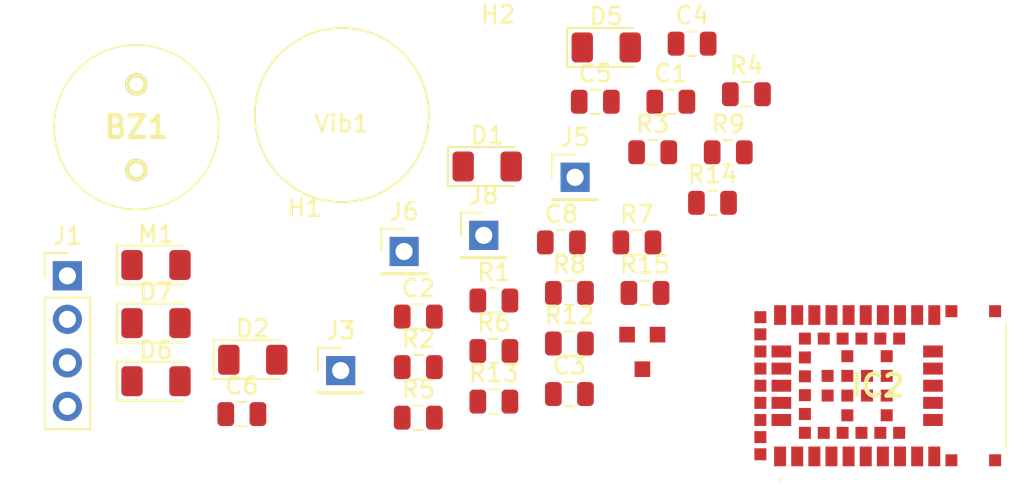
<source format=kicad_pcb>
(kicad_pcb (version 20171130) (host pcbnew "(5.1.5-0-10_14)")

  (general
    (thickness 1.6)
    (drawings 0)
    (tracks 0)
    (zones 0)
    (modules 37)
    (nets 99)
  )

  (page A4)
  (title_block
    (date 2021-02-22)
    (rev 1)
  )

  (layers
    (0 F.Cu signal)
    (31 B.Cu signal)
    (32 B.Adhes user)
    (33 F.Adhes user)
    (34 B.Paste user)
    (35 F.Paste user)
    (36 B.SilkS user)
    (37 F.SilkS user)
    (38 B.Mask user)
    (39 F.Mask user)
    (40 Dwgs.User user)
    (41 Cmts.User user)
    (42 Eco1.User user)
    (43 Eco2.User user)
    (44 Edge.Cuts user)
    (45 Margin user)
    (46 B.CrtYd user)
    (47 F.CrtYd user)
    (48 B.Fab user)
    (49 F.Fab user)
  )

  (setup
    (last_trace_width 0.25)
    (trace_clearance 0.2)
    (zone_clearance 0.508)
    (zone_45_only no)
    (trace_min 0.2)
    (via_size 0.8)
    (via_drill 0.4)
    (via_min_size 0.4)
    (via_min_drill 0.3)
    (uvia_size 0.3)
    (uvia_drill 0.1)
    (uvias_allowed no)
    (uvia_min_size 0.2)
    (uvia_min_drill 0.1)
    (edge_width 0.05)
    (segment_width 0.2)
    (pcb_text_width 0.3)
    (pcb_text_size 1.5 1.5)
    (mod_edge_width 0.12)
    (mod_text_size 1 1)
    (mod_text_width 0.15)
    (pad_size 1.524 1.524)
    (pad_drill 0.762)
    (pad_to_mask_clearance 0.051)
    (solder_mask_min_width 0.25)
    (aux_axis_origin 0 0)
    (visible_elements FFFFFF7F)
    (pcbplotparams
      (layerselection 0x00020_7ffffffe)
      (usegerberextensions true)
      (usegerberattributes false)
      (usegerberadvancedattributes false)
      (creategerberjobfile false)
      (excludeedgelayer true)
      (linewidth 0.100000)
      (plotframeref false)
      (viasonmask false)
      (mode 1)
      (useauxorigin false)
      (hpglpennumber 1)
      (hpglpenspeed 20)
      (hpglpendiameter 15.000000)
      (psnegative false)
      (psa4output false)
      (plotreference true)
      (plotvalue true)
      (plotinvisibletext false)
      (padsonsilk false)
      (subtractmaskfromsilk false)
      (outputformat 3)
      (mirror false)
      (drillshape 0)
      (scaleselection 1)
      (outputdirectory "Gerber/"))
  )

  (net 0 "")
  (net 1 3.3V)
  (net 2 SDA)
  (net 3 SCL)
  (net 4 GND)
  (net 5 1-Wire)
  (net 6 BUZ)
  (net 7 Vib)
  (net 8 "Net-(BZ1-Pad2)")
  (net 9 "Net-(C1-Pad2)")
  (net 10 Switch_volt)
  (net 11 "Net-(C4-Pad2)")
  (net 12 Batt_rec_switch)
  (net 13 "Net-(C6-Pad1)")
  (net 14 5V_IN)
  (net 15 5V_OUT)
  (net 16 "Net-(BT1-Pad1)")
  (net 17 "Net-(D6-Pad2)")
  (net 18 "Net-(D4-Pad2)")
  (net 19 "Net-(Q4-Pad1)")
  (net 20 VBat)
  (net 21 "Net-(Q3-Pad2)")
  (net 22 Batt_Measure)
  (net 23 "Net-(Q1-Pad3)")
  (net 24 D24)
  (net 25 D25)
  (net 26 Interupt)
  (net 27 "Net-(Q5-Pad2)")
  (net 28 "Net-(IC2-Pad71)")
  (net 29 "Net-(IC2-Pad70)")
  (net 30 "Net-(IC2-Pad69)")
  (net 31 "Net-(IC2-Pad68)")
  (net 32 "Net-(IC2-Pad67)")
  (net 33 "Net-(IC2-Pad66)")
  (net 34 "Net-(IC2-Pad65)")
  (net 35 "Net-(IC2-Pad64)")
  (net 36 "Net-(IC2-Pad63)")
  (net 37 "Net-(IC2-Pad62)")
  (net 38 "Net-(IC2-Pad61)")
  (net 39 "Net-(IC2-Pad60)")
  (net 40 "Net-(IC2-Pad59)")
  (net 41 "Net-(IC2-Pad58)")
  (net 42 "Net-(IC2-Pad57)")
  (net 43 "Net-(IC2-Pad56)")
  (net 44 "Net-(IC2-Pad55)")
  (net 45 "Net-(IC2-Pad54)")
  (net 46 "Net-(IC2-Pad53)")
  (net 47 "Net-(IC2-Pad52)")
  (net 48 "Net-(IC2-Pad51)")
  (net 49 "Net-(IC2-Pad50)")
  (net 50 "Net-(IC2-Pad49)")
  (net 51 "Net-(IC2-Pad48)")
  (net 52 "Net-(IC2-Pad47)")
  (net 53 "Net-(IC2-Pad46)")
  (net 54 "Net-(IC2-Pad45)")
  (net 55 "Net-(IC2-Pad44)")
  (net 56 "Net-(IC2-Pad43)")
  (net 57 "Net-(IC2-Pad42)")
  (net 58 "Net-(IC2-Pad41)")
  (net 59 "Net-(IC2-Pad40)")
  (net 60 "Net-(IC2-Pad39)")
  (net 61 "Net-(IC2-Pad38)")
  (net 62 "Net-(IC2-Pad37)")
  (net 63 "Net-(IC2-Pad36)")
  (net 64 "Net-(IC2-Pad35)")
  (net 65 "Net-(IC2-Pad34)")
  (net 66 "Net-(IC2-Pad33)")
  (net 67 "Net-(IC2-Pad32)")
  (net 68 "Net-(IC2-Pad31)")
  (net 69 "Net-(IC2-Pad30)")
  (net 70 "Net-(IC2-Pad29)")
  (net 71 "Net-(IC2-Pad28)")
  (net 72 "Net-(IC2-Pad27)")
  (net 73 "Net-(IC2-Pad26)")
  (net 74 "Net-(IC2-Pad25)")
  (net 75 "Net-(IC2-Pad24)")
  (net 76 "Net-(IC2-Pad23)")
  (net 77 "Net-(IC2-Pad22)")
  (net 78 "Net-(IC2-Pad21)")
  (net 79 "Net-(IC2-Pad20)")
  (net 80 "Net-(IC2-Pad19)")
  (net 81 "Net-(IC2-Pad18)")
  (net 82 "Net-(IC2-Pad17)")
  (net 83 "Net-(IC2-Pad16)")
  (net 84 "Net-(IC2-Pad15)")
  (net 85 "Net-(IC2-Pad14)")
  (net 86 "Net-(IC2-Pad13)")
  (net 87 "Net-(IC2-Pad12)")
  (net 88 "Net-(IC2-Pad11)")
  (net 89 "Net-(IC2-Pad10)")
  (net 90 "Net-(IC2-Pad9)")
  (net 91 "Net-(IC2-Pad8)")
  (net 92 "Net-(IC2-Pad7)")
  (net 93 "Net-(IC2-Pad6)")
  (net 94 "Net-(IC2-Pad5)")
  (net 95 "Net-(IC2-Pad4)")
  (net 96 "Net-(IC2-Pad3)")
  (net 97 "Net-(IC2-Pad2)")
  (net 98 "Net-(IC2-Pad1)")

  (net_class Default "This is the default net class."
    (clearance 0.2)
    (trace_width 0.25)
    (via_dia 0.8)
    (via_drill 0.4)
    (uvia_dia 0.3)
    (uvia_drill 0.1)
    (add_net 1-Wire)
    (add_net 3.3V)
    (add_net 5V_IN)
    (add_net 5V_OUT)
    (add_net BUZ)
    (add_net Batt_Measure)
    (add_net Batt_rec_switch)
    (add_net D24)
    (add_net D25)
    (add_net GND)
    (add_net Interupt)
    (add_net "Net-(BT1-Pad1)")
    (add_net "Net-(BZ1-Pad2)")
    (add_net "Net-(C1-Pad2)")
    (add_net "Net-(C4-Pad2)")
    (add_net "Net-(C6-Pad1)")
    (add_net "Net-(D4-Pad2)")
    (add_net "Net-(D6-Pad2)")
    (add_net "Net-(IC2-Pad1)")
    (add_net "Net-(IC2-Pad10)")
    (add_net "Net-(IC2-Pad11)")
    (add_net "Net-(IC2-Pad12)")
    (add_net "Net-(IC2-Pad13)")
    (add_net "Net-(IC2-Pad14)")
    (add_net "Net-(IC2-Pad15)")
    (add_net "Net-(IC2-Pad16)")
    (add_net "Net-(IC2-Pad17)")
    (add_net "Net-(IC2-Pad18)")
    (add_net "Net-(IC2-Pad19)")
    (add_net "Net-(IC2-Pad2)")
    (add_net "Net-(IC2-Pad20)")
    (add_net "Net-(IC2-Pad21)")
    (add_net "Net-(IC2-Pad22)")
    (add_net "Net-(IC2-Pad23)")
    (add_net "Net-(IC2-Pad24)")
    (add_net "Net-(IC2-Pad25)")
    (add_net "Net-(IC2-Pad26)")
    (add_net "Net-(IC2-Pad27)")
    (add_net "Net-(IC2-Pad28)")
    (add_net "Net-(IC2-Pad29)")
    (add_net "Net-(IC2-Pad3)")
    (add_net "Net-(IC2-Pad30)")
    (add_net "Net-(IC2-Pad31)")
    (add_net "Net-(IC2-Pad32)")
    (add_net "Net-(IC2-Pad33)")
    (add_net "Net-(IC2-Pad34)")
    (add_net "Net-(IC2-Pad35)")
    (add_net "Net-(IC2-Pad36)")
    (add_net "Net-(IC2-Pad37)")
    (add_net "Net-(IC2-Pad38)")
    (add_net "Net-(IC2-Pad39)")
    (add_net "Net-(IC2-Pad4)")
    (add_net "Net-(IC2-Pad40)")
    (add_net "Net-(IC2-Pad41)")
    (add_net "Net-(IC2-Pad42)")
    (add_net "Net-(IC2-Pad43)")
    (add_net "Net-(IC2-Pad44)")
    (add_net "Net-(IC2-Pad45)")
    (add_net "Net-(IC2-Pad46)")
    (add_net "Net-(IC2-Pad47)")
    (add_net "Net-(IC2-Pad48)")
    (add_net "Net-(IC2-Pad49)")
    (add_net "Net-(IC2-Pad5)")
    (add_net "Net-(IC2-Pad50)")
    (add_net "Net-(IC2-Pad51)")
    (add_net "Net-(IC2-Pad52)")
    (add_net "Net-(IC2-Pad53)")
    (add_net "Net-(IC2-Pad54)")
    (add_net "Net-(IC2-Pad55)")
    (add_net "Net-(IC2-Pad56)")
    (add_net "Net-(IC2-Pad57)")
    (add_net "Net-(IC2-Pad58)")
    (add_net "Net-(IC2-Pad59)")
    (add_net "Net-(IC2-Pad6)")
    (add_net "Net-(IC2-Pad60)")
    (add_net "Net-(IC2-Pad61)")
    (add_net "Net-(IC2-Pad62)")
    (add_net "Net-(IC2-Pad63)")
    (add_net "Net-(IC2-Pad64)")
    (add_net "Net-(IC2-Pad65)")
    (add_net "Net-(IC2-Pad66)")
    (add_net "Net-(IC2-Pad67)")
    (add_net "Net-(IC2-Pad68)")
    (add_net "Net-(IC2-Pad69)")
    (add_net "Net-(IC2-Pad7)")
    (add_net "Net-(IC2-Pad70)")
    (add_net "Net-(IC2-Pad71)")
    (add_net "Net-(IC2-Pad8)")
    (add_net "Net-(IC2-Pad9)")
    (add_net "Net-(Q1-Pad3)")
    (add_net "Net-(Q3-Pad2)")
    (add_net "Net-(Q4-Pad1)")
    (add_net "Net-(Q5-Pad2)")
    (add_net SCL)
    (add_net SDA)
    (add_net Switch_volt)
    (add_net VBat)
    (add_net Vib)
  )

  (module NINA-B306-00B:NINAB30600B (layer F.Cu) (tedit 607BFEE0) (tstamp 6090A483)
    (at 77.57 48.71)
    (descr NINA-B306-00B-4)
    (tags "Integrated Circuit")
    (path /607C06AC)
    (attr smd)
    (fp_text reference IC2 (at 0 0) (layer F.SilkS)
      (effects (font (size 1.27 1.27) (thickness 0.254)))
    )
    (fp_text value NINA-B306-00B (at 0 0) (layer F.SilkS) hide
      (effects (font (size 1.27 1.27) (thickness 0.254)))
    )
    (fp_arc (start -5.7 5.45) (end -5.7 5.5) (angle -180) (layer F.SilkS) (width 0.1))
    (fp_arc (start -5.7 5.45) (end -5.7 5.4) (angle -180) (layer F.SilkS) (width 0.1))
    (fp_line (start 7.5 -3.6) (end 7.5 3.6) (layer F.SilkS) (width 0.1))
    (fp_line (start -5.7 5.5) (end -5.7 5.5) (layer F.SilkS) (width 0.1))
    (fp_line (start -5.7 5.4) (end -5.7 5.4) (layer F.SilkS) (width 0.1))
    (fp_line (start -8.5 6) (end -8.5 -6) (layer Dwgs.User) (width 0.1))
    (fp_line (start 8.5 6) (end -8.5 6) (layer Dwgs.User) (width 0.1))
    (fp_line (start 8.5 -6) (end 8.5 6) (layer Dwgs.User) (width 0.1))
    (fp_line (start -8.5 -6) (end 8.5 -6) (layer Dwgs.User) (width 0.1))
    (fp_line (start -7.5 5) (end -7.5 -5) (layer Dwgs.User) (width 0.2))
    (fp_line (start 7.5 5) (end -7.5 5) (layer Dwgs.User) (width 0.2))
    (fp_line (start 7.5 -5) (end 7.5 5) (layer Dwgs.User) (width 0.2))
    (fp_line (start -7.5 -5) (end 7.5 -5) (layer Dwgs.User) (width 0.2))
    (pad 71 smd rect (at 6.85 -4.35 90) (size 0.7 0.7) (layers F.Cu F.Paste F.Mask)
      (net 28 "Net-(IC2-Pad71)"))
    (pad 70 smd rect (at 4.3 -4.35 90) (size 0.7 0.7) (layers F.Cu F.Paste F.Mask)
      (net 29 "Net-(IC2-Pad70)"))
    (pad 69 smd rect (at 6.85 4.35 90) (size 0.7 0.7) (layers F.Cu F.Paste F.Mask)
      (net 30 "Net-(IC2-Pad69)"))
    (pad 68 smd rect (at 4.3 4.35 90) (size 0.7 0.7) (layers F.Cu F.Paste F.Mask)
      (net 31 "Net-(IC2-Pad68)"))
    (pad 67 smd rect (at 0.525 -1.725 90) (size 0.7 0.7) (layers F.Cu F.Paste F.Mask)
      (net 32 "Net-(IC2-Pad67)"))
    (pad 66 smd rect (at 0.525 -0.575 90) (size 0.7 0.7) (layers F.Cu F.Paste F.Mask)
      (net 33 "Net-(IC2-Pad66)"))
    (pad 65 smd rect (at 0.525 0.575 90) (size 0.7 0.7) (layers F.Cu F.Paste F.Mask)
      (net 34 "Net-(IC2-Pad65)"))
    (pad 64 smd rect (at 0.525 1.725 90) (size 0.7 0.7) (layers F.Cu F.Paste F.Mask)
      (net 35 "Net-(IC2-Pad64)"))
    (pad 63 smd rect (at -0.625 0.575 90) (size 0.7 0.7) (layers F.Cu F.Paste F.Mask)
      (net 36 "Net-(IC2-Pad63)"))
    (pad 62 smd rect (at -0.625 -0.575 90) (size 0.7 0.7) (layers F.Cu F.Paste F.Mask)
      (net 37 "Net-(IC2-Pad62)"))
    (pad 61 smd rect (at -1.775 -1.725 90) (size 0.7 0.7) (layers F.Cu F.Paste F.Mask)
      (net 38 "Net-(IC2-Pad61)"))
    (pad 60 smd rect (at -1.775 -0.575 90) (size 0.7 0.7) (layers F.Cu F.Paste F.Mask)
      (net 39 "Net-(IC2-Pad60)"))
    (pad 59 smd rect (at -1.775 0.575 90) (size 0.7 0.7) (layers F.Cu F.Paste F.Mask)
      (net 40 "Net-(IC2-Pad59)"))
    (pad 58 smd rect (at -1.775 1.725 90) (size 0.7 0.7) (layers F.Cu F.Paste F.Mask)
      (net 41 "Net-(IC2-Pad58)"))
    (pad 57 smd rect (at -2.925 0.575 90) (size 0.7 0.7) (layers F.Cu F.Paste F.Mask)
      (net 42 "Net-(IC2-Pad57)"))
    (pad 56 smd rect (at -2.925 -0.575 90) (size 0.7 0.7) (layers F.Cu F.Paste F.Mask)
      (net 43 "Net-(IC2-Pad56)"))
    (pad 55 smd rect (at -6.85 4) (size 0.7 0.7) (layers F.Cu F.Paste F.Mask)
      (net 44 "Net-(IC2-Pad55)"))
    (pad 54 smd rect (at -6.85 3) (size 0.7 0.7) (layers F.Cu F.Paste F.Mask)
      (net 45 "Net-(IC2-Pad54)"))
    (pad 53 smd rect (at -6.85 2) (size 0.7 0.7) (layers F.Cu F.Paste F.Mask)
      (net 46 "Net-(IC2-Pad53)"))
    (pad 52 smd rect (at -6.85 1) (size 0.7 0.7) (layers F.Cu F.Paste F.Mask)
      (net 47 "Net-(IC2-Pad52)"))
    (pad 51 smd rect (at -6.85 0) (size 0.7 0.7) (layers F.Cu F.Paste F.Mask)
      (net 48 "Net-(IC2-Pad51)"))
    (pad 50 smd rect (at -6.85 -1) (size 0.7 0.7) (layers F.Cu F.Paste F.Mask)
      (net 49 "Net-(IC2-Pad50)"))
    (pad 49 smd rect (at -6.85 -2) (size 0.7 0.7) (layers F.Cu F.Paste F.Mask)
      (net 50 "Net-(IC2-Pad49)"))
    (pad 48 smd rect (at -6.85 -3) (size 0.7 0.7) (layers F.Cu F.Paste F.Mask)
      (net 51 "Net-(IC2-Pad48)"))
    (pad 47 smd rect (at -6.85 -4) (size 0.7 0.7) (layers F.Cu F.Paste F.Mask)
      (net 52 "Net-(IC2-Pad47)"))
    (pad 46 smd rect (at -4.25 1.65 90) (size 0.7 0.7) (layers F.Cu F.Paste F.Mask)
      (net 53 "Net-(IC2-Pad46)"))
    (pad 45 smd rect (at -4.25 0.55 90) (size 0.7 0.7) (layers F.Cu F.Paste F.Mask)
      (net 54 "Net-(IC2-Pad45)"))
    (pad 44 smd rect (at -4.25 -0.55 90) (size 0.7 0.7) (layers F.Cu F.Paste F.Mask)
      (net 55 "Net-(IC2-Pad44)"))
    (pad 43 smd rect (at -4.25 -1.65 90) (size 0.7 0.7) (layers F.Cu F.Paste F.Mask)
      (net 56 "Net-(IC2-Pad43)"))
    (pad 42 smd rect (at -4.25 -2.75 90) (size 0.7 0.7) (layers F.Cu F.Paste F.Mask)
      (net 57 "Net-(IC2-Pad42)"))
    (pad 41 smd rect (at -3.15 -2.75 90) (size 0.7 0.7) (layers F.Cu F.Paste F.Mask)
      (net 58 "Net-(IC2-Pad41)"))
    (pad 40 smd rect (at -2.05 -2.75 90) (size 0.7 0.7) (layers F.Cu F.Paste F.Mask)
      (net 59 "Net-(IC2-Pad40)"))
    (pad 39 smd rect (at -0.95 -2.75 90) (size 0.7 0.7) (layers F.Cu F.Paste F.Mask)
      (net 60 "Net-(IC2-Pad39)"))
    (pad 38 smd rect (at 0.15 -2.75 90) (size 0.7 0.7) (layers F.Cu F.Paste F.Mask)
      (net 61 "Net-(IC2-Pad38)"))
    (pad 37 smd rect (at 1.25 -2.75 90) (size 0.7 0.7) (layers F.Cu F.Paste F.Mask)
      (net 62 "Net-(IC2-Pad37)"))
    (pad 36 smd rect (at 1.25 2.75 90) (size 0.7 0.7) (layers F.Cu F.Paste F.Mask)
      (net 63 "Net-(IC2-Pad36)"))
    (pad 35 smd rect (at 0.15 2.75 90) (size 0.7 0.7) (layers F.Cu F.Paste F.Mask)
      (net 64 "Net-(IC2-Pad35)"))
    (pad 34 smd rect (at -0.95 2.75 90) (size 0.7 0.7) (layers F.Cu F.Paste F.Mask)
      (net 65 "Net-(IC2-Pad34)"))
    (pad 33 smd rect (at -2.05 2.75 90) (size 0.7 0.7) (layers F.Cu F.Paste F.Mask)
      (net 66 "Net-(IC2-Pad33)"))
    (pad 32 smd rect (at -3.15 2.75 90) (size 0.7 0.7) (layers F.Cu F.Paste F.Mask)
      (net 67 "Net-(IC2-Pad32)"))
    (pad 31 smd rect (at -4.25 2.75 90) (size 0.7 0.7) (layers F.Cu F.Paste F.Mask)
      (net 68 "Net-(IC2-Pad31)"))
    (pad 30 smd rect (at -5.625 2 90) (size 0.7 1.15) (layers F.Cu F.Paste F.Mask)
      (net 69 "Net-(IC2-Pad30)"))
    (pad 29 smd rect (at -5.625 1 90) (size 0.7 1.15) (layers F.Cu F.Paste F.Mask)
      (net 70 "Net-(IC2-Pad29)"))
    (pad 28 smd rect (at -5.625 0 90) (size 0.7 1.15) (layers F.Cu F.Paste F.Mask)
      (net 71 "Net-(IC2-Pad28)"))
    (pad 27 smd rect (at -5.625 -1 90) (size 0.7 1.15) (layers F.Cu F.Paste F.Mask)
      (net 72 "Net-(IC2-Pad27)"))
    (pad 26 smd rect (at -5.625 -2 90) (size 0.7 1.15) (layers F.Cu F.Paste F.Mask)
      (net 73 "Net-(IC2-Pad26)"))
    (pad 25 smd rect (at -5.7 -4.125) (size 0.7 1.15) (layers F.Cu F.Paste F.Mask)
      (net 74 "Net-(IC2-Pad25)"))
    (pad 24 smd rect (at -4.7 -4.125) (size 0.7 1.15) (layers F.Cu F.Paste F.Mask)
      (net 75 "Net-(IC2-Pad24)"))
    (pad 23 smd rect (at -3.7 -4.125) (size 0.7 1.15) (layers F.Cu F.Paste F.Mask)
      (net 76 "Net-(IC2-Pad23)"))
    (pad 22 smd rect (at -2.7 -4.125) (size 0.7 1.15) (layers F.Cu F.Paste F.Mask)
      (net 77 "Net-(IC2-Pad22)"))
    (pad 21 smd rect (at -1.7 -4.125) (size 0.7 1.15) (layers F.Cu F.Paste F.Mask)
      (net 78 "Net-(IC2-Pad21)"))
    (pad 20 smd rect (at -0.7 -4.125) (size 0.7 1.15) (layers F.Cu F.Paste F.Mask)
      (net 79 "Net-(IC2-Pad20)"))
    (pad 19 smd rect (at 0.3 -4.125) (size 0.7 1.15) (layers F.Cu F.Paste F.Mask)
      (net 80 "Net-(IC2-Pad19)"))
    (pad 18 smd rect (at 1.3 -4.125) (size 0.7 1.15) (layers F.Cu F.Paste F.Mask)
      (net 81 "Net-(IC2-Pad18)"))
    (pad 17 smd rect (at 2.3 -4.125) (size 0.7 1.15) (layers F.Cu F.Paste F.Mask)
      (net 82 "Net-(IC2-Pad17)"))
    (pad 16 smd rect (at 3.3 -4.125) (size 0.7 1.15) (layers F.Cu F.Paste F.Mask)
      (net 83 "Net-(IC2-Pad16)"))
    (pad 15 smd rect (at 3.225 -2 90) (size 0.7 1.15) (layers F.Cu F.Paste F.Mask)
      (net 84 "Net-(IC2-Pad15)"))
    (pad 14 smd rect (at 3.225 -1 90) (size 0.7 1.15) (layers F.Cu F.Paste F.Mask)
      (net 85 "Net-(IC2-Pad14)"))
    (pad 13 smd rect (at 3.225 0 90) (size 0.7 1.15) (layers F.Cu F.Paste F.Mask)
      (net 86 "Net-(IC2-Pad13)"))
    (pad 12 smd rect (at 3.225 1 90) (size 0.7 1.15) (layers F.Cu F.Paste F.Mask)
      (net 87 "Net-(IC2-Pad12)"))
    (pad 11 smd rect (at 3.225 2 90) (size 0.7 1.15) (layers F.Cu F.Paste F.Mask)
      (net 88 "Net-(IC2-Pad11)"))
    (pad 10 smd rect (at 3.3 4.125) (size 0.7 1.15) (layers F.Cu F.Paste F.Mask)
      (net 89 "Net-(IC2-Pad10)"))
    (pad 9 smd rect (at 2.3 4.125) (size 0.7 1.15) (layers F.Cu F.Paste F.Mask)
      (net 90 "Net-(IC2-Pad9)"))
    (pad 8 smd rect (at 1.3 4.125) (size 0.7 1.15) (layers F.Cu F.Paste F.Mask)
      (net 91 "Net-(IC2-Pad8)"))
    (pad 7 smd rect (at 0.3 4.125) (size 0.7 1.15) (layers F.Cu F.Paste F.Mask)
      (net 92 "Net-(IC2-Pad7)"))
    (pad 6 smd rect (at -0.7 4.125) (size 0.7 1.15) (layers F.Cu F.Paste F.Mask)
      (net 93 "Net-(IC2-Pad6)"))
    (pad 5 smd rect (at -1.7 4.125) (size 0.7 1.15) (layers F.Cu F.Paste F.Mask)
      (net 94 "Net-(IC2-Pad5)"))
    (pad 4 smd rect (at -2.7 4.125) (size 0.7 1.15) (layers F.Cu F.Paste F.Mask)
      (net 95 "Net-(IC2-Pad4)"))
    (pad 3 smd rect (at -3.7 4.125) (size 0.7 1.15) (layers F.Cu F.Paste F.Mask)
      (net 96 "Net-(IC2-Pad3)"))
    (pad 2 smd rect (at -4.7 4.125) (size 0.7 1.15) (layers F.Cu F.Paste F.Mask)
      (net 97 "Net-(IC2-Pad2)"))
    (pad 1 smd rect (at -5.7 4.125) (size 0.7 1.15) (layers F.Cu F.Paste F.Mask)
      (net 98 "Net-(IC2-Pad1)"))
  )

  (module AP3429A:Vib_Disk (layer F.Cu) (tedit 603509CC) (tstamp 60909508)
    (at 46.29 32.91)
    (path /60358F29)
    (fp_text reference Vib1 (at 0 0.5) (layer F.SilkS)
      (effects (font (size 1 1) (thickness 0.15)))
    )
    (fp_text value Vib_Disk (at 0 -0.5) (layer F.Fab)
      (effects (font (size 1 1) (thickness 0.15)))
    )
    (fp_circle (center 0 0) (end 0 5.08) (layer F.SilkS) (width 0.12))
  )

  (module Resistor_SMD:R_0805_2012Metric (layer F.Cu) (tedit 5B36C52B) (tstamp 60909503)
    (at 63.985 43.295)
    (descr "Resistor SMD 0805 (2012 Metric), square (rectangular) end terminal, IPC_7351 nominal, (Body size source: https://docs.google.com/spreadsheets/d/1BsfQQcO9C6DZCsRaXUlFlo91Tg2WpOkGARC1WS5S8t0/edit?usp=sharing), generated with kicad-footprint-generator")
    (tags resistor)
    (path /605D9655)
    (attr smd)
    (fp_text reference R15 (at 0 -1.65) (layer F.SilkS)
      (effects (font (size 1 1) (thickness 0.15)))
    )
    (fp_text value R (at 0 1.65) (layer F.Fab)
      (effects (font (size 1 1) (thickness 0.15)))
    )
    (fp_text user %R (at 0 0) (layer F.Fab)
      (effects (font (size 0.5 0.5) (thickness 0.08)))
    )
    (fp_line (start 1.68 0.95) (end -1.68 0.95) (layer F.CrtYd) (width 0.05))
    (fp_line (start 1.68 -0.95) (end 1.68 0.95) (layer F.CrtYd) (width 0.05))
    (fp_line (start -1.68 -0.95) (end 1.68 -0.95) (layer F.CrtYd) (width 0.05))
    (fp_line (start -1.68 0.95) (end -1.68 -0.95) (layer F.CrtYd) (width 0.05))
    (fp_line (start -0.258578 0.71) (end 0.258578 0.71) (layer F.SilkS) (width 0.12))
    (fp_line (start -0.258578 -0.71) (end 0.258578 -0.71) (layer F.SilkS) (width 0.12))
    (fp_line (start 1 0.6) (end -1 0.6) (layer F.Fab) (width 0.1))
    (fp_line (start 1 -0.6) (end 1 0.6) (layer F.Fab) (width 0.1))
    (fp_line (start -1 -0.6) (end 1 -0.6) (layer F.Fab) (width 0.1))
    (fp_line (start -1 0.6) (end -1 -0.6) (layer F.Fab) (width 0.1))
    (pad 2 smd roundrect (at 0.9375 0) (size 0.975 1.4) (layers F.Cu F.Paste F.Mask) (roundrect_rratio 0.25)
      (net 4 GND))
    (pad 1 smd roundrect (at -0.9375 0) (size 0.975 1.4) (layers F.Cu F.Paste F.Mask) (roundrect_rratio 0.25)
      (net 6 BUZ))
    (model ${KISYS3DMOD}/Resistor_SMD.3dshapes/R_0805_2012Metric.wrl
      (at (xyz 0 0 0))
      (scale (xyz 1 1 1))
      (rotate (xyz 0 0 0))
    )
  )

  (module Resistor_SMD:R_0805_2012Metric (layer F.Cu) (tedit 5B36C52B) (tstamp 609094F2)
    (at 67.925 38.035)
    (descr "Resistor SMD 0805 (2012 Metric), square (rectangular) end terminal, IPC_7351 nominal, (Body size source: https://docs.google.com/spreadsheets/d/1BsfQQcO9C6DZCsRaXUlFlo91Tg2WpOkGARC1WS5S8t0/edit?usp=sharing), generated with kicad-footprint-generator")
    (tags resistor)
    (path /605D9662)
    (attr smd)
    (fp_text reference R14 (at 0 -1.65) (layer F.SilkS)
      (effects (font (size 1 1) (thickness 0.15)))
    )
    (fp_text value R (at 0 1.65) (layer F.Fab)
      (effects (font (size 1 1) (thickness 0.15)))
    )
    (fp_text user %R (at 0 0) (layer F.Fab)
      (effects (font (size 0.5 0.5) (thickness 0.08)))
    )
    (fp_line (start 1.68 0.95) (end -1.68 0.95) (layer F.CrtYd) (width 0.05))
    (fp_line (start 1.68 -0.95) (end 1.68 0.95) (layer F.CrtYd) (width 0.05))
    (fp_line (start -1.68 -0.95) (end 1.68 -0.95) (layer F.CrtYd) (width 0.05))
    (fp_line (start -1.68 0.95) (end -1.68 -0.95) (layer F.CrtYd) (width 0.05))
    (fp_line (start -0.258578 0.71) (end 0.258578 0.71) (layer F.SilkS) (width 0.12))
    (fp_line (start -0.258578 -0.71) (end 0.258578 -0.71) (layer F.SilkS) (width 0.12))
    (fp_line (start 1 0.6) (end -1 0.6) (layer F.Fab) (width 0.1))
    (fp_line (start 1 -0.6) (end 1 0.6) (layer F.Fab) (width 0.1))
    (fp_line (start -1 -0.6) (end 1 -0.6) (layer F.Fab) (width 0.1))
    (fp_line (start -1 0.6) (end -1 -0.6) (layer F.Fab) (width 0.1))
    (pad 2 smd roundrect (at 0.9375 0) (size 0.975 1.4) (layers F.Cu F.Paste F.Mask) (roundrect_rratio 0.25)
      (net 27 "Net-(Q5-Pad2)"))
    (pad 1 smd roundrect (at -0.9375 0) (size 0.975 1.4) (layers F.Cu F.Paste F.Mask) (roundrect_rratio 0.25)
      (net 8 "Net-(BZ1-Pad2)"))
    (model ${KISYS3DMOD}/Resistor_SMD.3dshapes/R_0805_2012Metric.wrl
      (at (xyz 0 0 0))
      (scale (xyz 1 1 1))
      (rotate (xyz 0 0 0))
    )
  )

  (module Resistor_SMD:R_0805_2012Metric (layer F.Cu) (tedit 5B36C52B) (tstamp 609094E1)
    (at 55.165 49.635)
    (descr "Resistor SMD 0805 (2012 Metric), square (rectangular) end terminal, IPC_7351 nominal, (Body size source: https://docs.google.com/spreadsheets/d/1BsfQQcO9C6DZCsRaXUlFlo91Tg2WpOkGARC1WS5S8t0/edit?usp=sharing), generated with kicad-footprint-generator")
    (tags resistor)
    (path /605D9767)
    (attr smd)
    (fp_text reference R13 (at 0 -1.65) (layer F.SilkS)
      (effects (font (size 1 1) (thickness 0.15)))
    )
    (fp_text value 200 (at 0 1.65) (layer F.Fab)
      (effects (font (size 1 1) (thickness 0.15)))
    )
    (fp_text user %R (at 0 0) (layer F.Fab)
      (effects (font (size 0.5 0.5) (thickness 0.08)))
    )
    (fp_line (start 1.68 0.95) (end -1.68 0.95) (layer F.CrtYd) (width 0.05))
    (fp_line (start 1.68 -0.95) (end 1.68 0.95) (layer F.CrtYd) (width 0.05))
    (fp_line (start -1.68 -0.95) (end 1.68 -0.95) (layer F.CrtYd) (width 0.05))
    (fp_line (start -1.68 0.95) (end -1.68 -0.95) (layer F.CrtYd) (width 0.05))
    (fp_line (start -0.258578 0.71) (end 0.258578 0.71) (layer F.SilkS) (width 0.12))
    (fp_line (start -0.258578 -0.71) (end 0.258578 -0.71) (layer F.SilkS) (width 0.12))
    (fp_line (start 1 0.6) (end -1 0.6) (layer F.Fab) (width 0.1))
    (fp_line (start 1 -0.6) (end 1 0.6) (layer F.Fab) (width 0.1))
    (fp_line (start -1 -0.6) (end 1 -0.6) (layer F.Fab) (width 0.1))
    (fp_line (start -1 0.6) (end -1 -0.6) (layer F.Fab) (width 0.1))
    (pad 2 smd roundrect (at 0.9375 0) (size 0.975 1.4) (layers F.Cu F.Paste F.Mask) (roundrect_rratio 0.25)
      (net 26 Interupt))
    (pad 1 smd roundrect (at -0.9375 0) (size 0.975 1.4) (layers F.Cu F.Paste F.Mask) (roundrect_rratio 0.25)
      (net 1 3.3V))
    (model ${KISYS3DMOD}/Resistor_SMD.3dshapes/R_0805_2012Metric.wrl
      (at (xyz 0 0 0))
      (scale (xyz 1 1 1))
      (rotate (xyz 0 0 0))
    )
  )

  (module Resistor_SMD:R_0805_2012Metric (layer F.Cu) (tedit 5B36C52B) (tstamp 609094D0)
    (at 59.575 46.245)
    (descr "Resistor SMD 0805 (2012 Metric), square (rectangular) end terminal, IPC_7351 nominal, (Body size source: https://docs.google.com/spreadsheets/d/1BsfQQcO9C6DZCsRaXUlFlo91Tg2WpOkGARC1WS5S8t0/edit?usp=sharing), generated with kicad-footprint-generator")
    (tags resistor)
    (path /60593785)
    (attr smd)
    (fp_text reference R12 (at 0 -1.65) (layer F.SilkS)
      (effects (font (size 1 1) (thickness 0.15)))
    )
    (fp_text value 200 (at 0 1.65) (layer F.Fab)
      (effects (font (size 1 1) (thickness 0.15)))
    )
    (fp_text user %R (at 0 0) (layer F.Fab)
      (effects (font (size 0.5 0.5) (thickness 0.08)))
    )
    (fp_line (start 1.68 0.95) (end -1.68 0.95) (layer F.CrtYd) (width 0.05))
    (fp_line (start 1.68 -0.95) (end 1.68 0.95) (layer F.CrtYd) (width 0.05))
    (fp_line (start -1.68 -0.95) (end 1.68 -0.95) (layer F.CrtYd) (width 0.05))
    (fp_line (start -1.68 0.95) (end -1.68 -0.95) (layer F.CrtYd) (width 0.05))
    (fp_line (start -0.258578 0.71) (end 0.258578 0.71) (layer F.SilkS) (width 0.12))
    (fp_line (start -0.258578 -0.71) (end 0.258578 -0.71) (layer F.SilkS) (width 0.12))
    (fp_line (start 1 0.6) (end -1 0.6) (layer F.Fab) (width 0.1))
    (fp_line (start 1 -0.6) (end 1 0.6) (layer F.Fab) (width 0.1))
    (fp_line (start -1 -0.6) (end 1 -0.6) (layer F.Fab) (width 0.1))
    (fp_line (start -1 0.6) (end -1 -0.6) (layer F.Fab) (width 0.1))
    (pad 2 smd roundrect (at 0.9375 0) (size 0.975 1.4) (layers F.Cu F.Paste F.Mask) (roundrect_rratio 0.25)
      (net 1 3.3V))
    (pad 1 smd roundrect (at -0.9375 0) (size 0.975 1.4) (layers F.Cu F.Paste F.Mask) (roundrect_rratio 0.25)
      (net 17 "Net-(D6-Pad2)"))
    (model ${KISYS3DMOD}/Resistor_SMD.3dshapes/R_0805_2012Metric.wrl
      (at (xyz 0 0 0))
      (scale (xyz 1 1 1))
      (rotate (xyz 0 0 0))
    )
  )

  (module Resistor_SMD:R_0805_2012Metric (layer F.Cu) (tedit 5B36C52B) (tstamp 609094BF)
    (at 68.845 35.085)
    (descr "Resistor SMD 0805 (2012 Metric), square (rectangular) end terminal, IPC_7351 nominal, (Body size source: https://docs.google.com/spreadsheets/d/1BsfQQcO9C6DZCsRaXUlFlo91Tg2WpOkGARC1WS5S8t0/edit?usp=sharing), generated with kicad-footprint-generator")
    (tags resistor)
    (path /605AADA2)
    (attr smd)
    (fp_text reference R9 (at 0 -1.65) (layer F.SilkS)
      (effects (font (size 1 1) (thickness 0.15)))
    )
    (fp_text value 10k (at 0 1.65) (layer F.Fab)
      (effects (font (size 1 1) (thickness 0.15)))
    )
    (fp_text user %R (at 0 0) (layer F.Fab)
      (effects (font (size 0.5 0.5) (thickness 0.08)))
    )
    (fp_line (start 1.68 0.95) (end -1.68 0.95) (layer F.CrtYd) (width 0.05))
    (fp_line (start 1.68 -0.95) (end 1.68 0.95) (layer F.CrtYd) (width 0.05))
    (fp_line (start -1.68 -0.95) (end 1.68 -0.95) (layer F.CrtYd) (width 0.05))
    (fp_line (start -1.68 0.95) (end -1.68 -0.95) (layer F.CrtYd) (width 0.05))
    (fp_line (start -0.258578 0.71) (end 0.258578 0.71) (layer F.SilkS) (width 0.12))
    (fp_line (start -0.258578 -0.71) (end 0.258578 -0.71) (layer F.SilkS) (width 0.12))
    (fp_line (start 1 0.6) (end -1 0.6) (layer F.Fab) (width 0.1))
    (fp_line (start 1 -0.6) (end 1 0.6) (layer F.Fab) (width 0.1))
    (fp_line (start -1 -0.6) (end 1 -0.6) (layer F.Fab) (width 0.1))
    (fp_line (start -1 0.6) (end -1 -0.6) (layer F.Fab) (width 0.1))
    (pad 2 smd roundrect (at 0.9375 0) (size 0.975 1.4) (layers F.Cu F.Paste F.Mask) (roundrect_rratio 0.25)
      (net 4 GND))
    (pad 1 smd roundrect (at -0.9375 0) (size 0.975 1.4) (layers F.Cu F.Paste F.Mask) (roundrect_rratio 0.25)
      (net 22 Batt_Measure))
    (model ${KISYS3DMOD}/Resistor_SMD.3dshapes/R_0805_2012Metric.wrl
      (at (xyz 0 0 0))
      (scale (xyz 1 1 1))
      (rotate (xyz 0 0 0))
    )
  )

  (module Resistor_SMD:R_0805_2012Metric (layer F.Cu) (tedit 5B36C52B) (tstamp 609094AE)
    (at 59.575 43.295)
    (descr "Resistor SMD 0805 (2012 Metric), square (rectangular) end terminal, IPC_7351 nominal, (Body size source: https://docs.google.com/spreadsheets/d/1BsfQQcO9C6DZCsRaXUlFlo91Tg2WpOkGARC1WS5S8t0/edit?usp=sharing), generated with kicad-footprint-generator")
    (tags resistor)
    (path /6055651C)
    (attr smd)
    (fp_text reference R8 (at 0 -1.65) (layer F.SilkS)
      (effects (font (size 1 1) (thickness 0.15)))
    )
    (fp_text value 100k (at 0 1.65) (layer F.Fab)
      (effects (font (size 1 1) (thickness 0.15)))
    )
    (fp_text user %R (at 0 0) (layer F.Fab)
      (effects (font (size 0.5 0.5) (thickness 0.08)))
    )
    (fp_line (start 1.68 0.95) (end -1.68 0.95) (layer F.CrtYd) (width 0.05))
    (fp_line (start 1.68 -0.95) (end 1.68 0.95) (layer F.CrtYd) (width 0.05))
    (fp_line (start -1.68 -0.95) (end 1.68 -0.95) (layer F.CrtYd) (width 0.05))
    (fp_line (start -1.68 0.95) (end -1.68 -0.95) (layer F.CrtYd) (width 0.05))
    (fp_line (start -0.258578 0.71) (end 0.258578 0.71) (layer F.SilkS) (width 0.12))
    (fp_line (start -0.258578 -0.71) (end 0.258578 -0.71) (layer F.SilkS) (width 0.12))
    (fp_line (start 1 0.6) (end -1 0.6) (layer F.Fab) (width 0.1))
    (fp_line (start 1 -0.6) (end 1 0.6) (layer F.Fab) (width 0.1))
    (fp_line (start -1 -0.6) (end 1 -0.6) (layer F.Fab) (width 0.1))
    (fp_line (start -1 0.6) (end -1 -0.6) (layer F.Fab) (width 0.1))
    (pad 2 smd roundrect (at 0.9375 0) (size 0.975 1.4) (layers F.Cu F.Paste F.Mask) (roundrect_rratio 0.25)
      (net 19 "Net-(Q4-Pad1)"))
    (pad 1 smd roundrect (at -0.9375 0) (size 0.975 1.4) (layers F.Cu F.Paste F.Mask) (roundrect_rratio 0.25)
      (net 25 D25))
    (model ${KISYS3DMOD}/Resistor_SMD.3dshapes/R_0805_2012Metric.wrl
      (at (xyz 0 0 0))
      (scale (xyz 1 1 1))
      (rotate (xyz 0 0 0))
    )
  )

  (module Resistor_SMD:R_0805_2012Metric (layer F.Cu) (tedit 5B36C52B) (tstamp 6090949D)
    (at 63.515 40.345)
    (descr "Resistor SMD 0805 (2012 Metric), square (rectangular) end terminal, IPC_7351 nominal, (Body size source: https://docs.google.com/spreadsheets/d/1BsfQQcO9C6DZCsRaXUlFlo91Tg2WpOkGARC1WS5S8t0/edit?usp=sharing), generated with kicad-footprint-generator")
    (tags resistor)
    (path /60553967)
    (attr smd)
    (fp_text reference R7 (at 0 -1.65) (layer F.SilkS)
      (effects (font (size 1 1) (thickness 0.15)))
    )
    (fp_text value 100k (at 0 1.65) (layer F.Fab)
      (effects (font (size 1 1) (thickness 0.15)))
    )
    (fp_text user %R (at 0 0) (layer F.Fab)
      (effects (font (size 0.5 0.5) (thickness 0.08)))
    )
    (fp_line (start 1.68 0.95) (end -1.68 0.95) (layer F.CrtYd) (width 0.05))
    (fp_line (start 1.68 -0.95) (end 1.68 0.95) (layer F.CrtYd) (width 0.05))
    (fp_line (start -1.68 -0.95) (end 1.68 -0.95) (layer F.CrtYd) (width 0.05))
    (fp_line (start -1.68 0.95) (end -1.68 -0.95) (layer F.CrtYd) (width 0.05))
    (fp_line (start -0.258578 0.71) (end 0.258578 0.71) (layer F.SilkS) (width 0.12))
    (fp_line (start -0.258578 -0.71) (end 0.258578 -0.71) (layer F.SilkS) (width 0.12))
    (fp_line (start 1 0.6) (end -1 0.6) (layer F.Fab) (width 0.1))
    (fp_line (start 1 -0.6) (end 1 0.6) (layer F.Fab) (width 0.1))
    (fp_line (start -1 -0.6) (end 1 -0.6) (layer F.Fab) (width 0.1))
    (fp_line (start -1 0.6) (end -1 -0.6) (layer F.Fab) (width 0.1))
    (pad 2 smd roundrect (at 0.9375 0) (size 0.975 1.4) (layers F.Cu F.Paste F.Mask) (roundrect_rratio 0.25)
      (net 18 "Net-(D4-Pad2)"))
    (pad 1 smd roundrect (at -0.9375 0) (size 0.975 1.4) (layers F.Cu F.Paste F.Mask) (roundrect_rratio 0.25)
      (net 15 5V_OUT))
    (model ${KISYS3DMOD}/Resistor_SMD.3dshapes/R_0805_2012Metric.wrl
      (at (xyz 0 0 0))
      (scale (xyz 1 1 1))
      (rotate (xyz 0 0 0))
    )
  )

  (module Resistor_SMD:R_0805_2012Metric (layer F.Cu) (tedit 5B36C52B) (tstamp 6090948C)
    (at 55.165 46.685)
    (descr "Resistor SMD 0805 (2012 Metric), square (rectangular) end terminal, IPC_7351 nominal, (Body size source: https://docs.google.com/spreadsheets/d/1BsfQQcO9C6DZCsRaXUlFlo91Tg2WpOkGARC1WS5S8t0/edit?usp=sharing), generated with kicad-footprint-generator")
    (tags resistor)
    (path /60552F0B)
    (attr smd)
    (fp_text reference R6 (at 0 -1.65) (layer F.SilkS)
      (effects (font (size 1 1) (thickness 0.15)))
    )
    (fp_text value 100k (at 0 1.65) (layer F.Fab)
      (effects (font (size 1 1) (thickness 0.15)))
    )
    (fp_text user %R (at 0 0) (layer F.Fab)
      (effects (font (size 0.5 0.5) (thickness 0.08)))
    )
    (fp_line (start 1.68 0.95) (end -1.68 0.95) (layer F.CrtYd) (width 0.05))
    (fp_line (start 1.68 -0.95) (end 1.68 0.95) (layer F.CrtYd) (width 0.05))
    (fp_line (start -1.68 -0.95) (end 1.68 -0.95) (layer F.CrtYd) (width 0.05))
    (fp_line (start -1.68 0.95) (end -1.68 -0.95) (layer F.CrtYd) (width 0.05))
    (fp_line (start -0.258578 0.71) (end 0.258578 0.71) (layer F.SilkS) (width 0.12))
    (fp_line (start -0.258578 -0.71) (end 0.258578 -0.71) (layer F.SilkS) (width 0.12))
    (fp_line (start 1 0.6) (end -1 0.6) (layer F.Fab) (width 0.1))
    (fp_line (start 1 -0.6) (end 1 0.6) (layer F.Fab) (width 0.1))
    (fp_line (start -1 -0.6) (end 1 -0.6) (layer F.Fab) (width 0.1))
    (fp_line (start -1 0.6) (end -1 -0.6) (layer F.Fab) (width 0.1))
    (pad 2 smd roundrect (at 0.9375 0) (size 0.975 1.4) (layers F.Cu F.Paste F.Mask) (roundrect_rratio 0.25)
      (net 15 5V_OUT))
    (pad 1 smd roundrect (at -0.9375 0) (size 0.975 1.4) (layers F.Cu F.Paste F.Mask) (roundrect_rratio 0.25)
      (net 24 D24))
    (model ${KISYS3DMOD}/Resistor_SMD.3dshapes/R_0805_2012Metric.wrl
      (at (xyz 0 0 0))
      (scale (xyz 1 1 1))
      (rotate (xyz 0 0 0))
    )
  )

  (module Resistor_SMD:R_0805_2012Metric (layer F.Cu) (tedit 5B36C52B) (tstamp 6090947B)
    (at 50.755 50.575)
    (descr "Resistor SMD 0805 (2012 Metric), square (rectangular) end terminal, IPC_7351 nominal, (Body size source: https://docs.google.com/spreadsheets/d/1BsfQQcO9C6DZCsRaXUlFlo91Tg2WpOkGARC1WS5S8t0/edit?usp=sharing), generated with kicad-footprint-generator")
    (tags resistor)
    (path /605AAD9C)
    (attr smd)
    (fp_text reference R5 (at 0 -1.65) (layer F.SilkS)
      (effects (font (size 1 1) (thickness 0.15)))
    )
    (fp_text value 10k (at 0 1.65) (layer F.Fab)
      (effects (font (size 1 1) (thickness 0.15)))
    )
    (fp_text user %R (at 0 0) (layer F.Fab)
      (effects (font (size 0.5 0.5) (thickness 0.08)))
    )
    (fp_line (start 1.68 0.95) (end -1.68 0.95) (layer F.CrtYd) (width 0.05))
    (fp_line (start 1.68 -0.95) (end 1.68 0.95) (layer F.CrtYd) (width 0.05))
    (fp_line (start -1.68 -0.95) (end 1.68 -0.95) (layer F.CrtYd) (width 0.05))
    (fp_line (start -1.68 0.95) (end -1.68 -0.95) (layer F.CrtYd) (width 0.05))
    (fp_line (start -0.258578 0.71) (end 0.258578 0.71) (layer F.SilkS) (width 0.12))
    (fp_line (start -0.258578 -0.71) (end 0.258578 -0.71) (layer F.SilkS) (width 0.12))
    (fp_line (start 1 0.6) (end -1 0.6) (layer F.Fab) (width 0.1))
    (fp_line (start 1 -0.6) (end 1 0.6) (layer F.Fab) (width 0.1))
    (fp_line (start -1 -0.6) (end 1 -0.6) (layer F.Fab) (width 0.1))
    (fp_line (start -1 0.6) (end -1 -0.6) (layer F.Fab) (width 0.1))
    (pad 2 smd roundrect (at 0.9375 0) (size 0.975 1.4) (layers F.Cu F.Paste F.Mask) (roundrect_rratio 0.25)
      (net 22 Batt_Measure))
    (pad 1 smd roundrect (at -0.9375 0) (size 0.975 1.4) (layers F.Cu F.Paste F.Mask) (roundrect_rratio 0.25)
      (net 23 "Net-(Q1-Pad3)"))
    (model ${KISYS3DMOD}/Resistor_SMD.3dshapes/R_0805_2012Metric.wrl
      (at (xyz 0 0 0))
      (scale (xyz 1 1 1))
      (rotate (xyz 0 0 0))
    )
  )

  (module Resistor_SMD:R_0805_2012Metric (layer F.Cu) (tedit 5B36C52B) (tstamp 6090946A)
    (at 69.905 31.695)
    (descr "Resistor SMD 0805 (2012 Metric), square (rectangular) end terminal, IPC_7351 nominal, (Body size source: https://docs.google.com/spreadsheets/d/1BsfQQcO9C6DZCsRaXUlFlo91Tg2WpOkGARC1WS5S8t0/edit?usp=sharing), generated with kicad-footprint-generator")
    (tags resistor)
    (path /60380258)
    (attr smd)
    (fp_text reference R4 (at 0 -1.65) (layer F.SilkS)
      (effects (font (size 1 1) (thickness 0.15)))
    )
    (fp_text value R (at 0 1.65) (layer F.Fab)
      (effects (font (size 1 1) (thickness 0.15)))
    )
    (fp_text user %R (at 0 0) (layer F.Fab)
      (effects (font (size 0.5 0.5) (thickness 0.08)))
    )
    (fp_line (start 1.68 0.95) (end -1.68 0.95) (layer F.CrtYd) (width 0.05))
    (fp_line (start 1.68 -0.95) (end 1.68 0.95) (layer F.CrtYd) (width 0.05))
    (fp_line (start -1.68 -0.95) (end 1.68 -0.95) (layer F.CrtYd) (width 0.05))
    (fp_line (start -1.68 0.95) (end -1.68 -0.95) (layer F.CrtYd) (width 0.05))
    (fp_line (start -0.258578 0.71) (end 0.258578 0.71) (layer F.SilkS) (width 0.12))
    (fp_line (start -0.258578 -0.71) (end 0.258578 -0.71) (layer F.SilkS) (width 0.12))
    (fp_line (start 1 0.6) (end -1 0.6) (layer F.Fab) (width 0.1))
    (fp_line (start 1 -0.6) (end 1 0.6) (layer F.Fab) (width 0.1))
    (fp_line (start -1 -0.6) (end 1 -0.6) (layer F.Fab) (width 0.1))
    (fp_line (start -1 0.6) (end -1 -0.6) (layer F.Fab) (width 0.1))
    (pad 2 smd roundrect (at 0.9375 0) (size 0.975 1.4) (layers F.Cu F.Paste F.Mask) (roundrect_rratio 0.25)
      (net 21 "Net-(Q3-Pad2)"))
    (pad 1 smd roundrect (at -0.9375 0) (size 0.975 1.4) (layers F.Cu F.Paste F.Mask) (roundrect_rratio 0.25)
      (net 9 "Net-(C1-Pad2)"))
    (model ${KISYS3DMOD}/Resistor_SMD.3dshapes/R_0805_2012Metric.wrl
      (at (xyz 0 0 0))
      (scale (xyz 1 1 1))
      (rotate (xyz 0 0 0))
    )
  )

  (module Resistor_SMD:R_0805_2012Metric (layer F.Cu) (tedit 5B36C52B) (tstamp 60909459)
    (at 64.435 35.085)
    (descr "Resistor SMD 0805 (2012 Metric), square (rectangular) end terminal, IPC_7351 nominal, (Body size source: https://docs.google.com/spreadsheets/d/1BsfQQcO9C6DZCsRaXUlFlo91Tg2WpOkGARC1WS5S8t0/edit?usp=sharing), generated with kicad-footprint-generator")
    (tags resistor)
    (path /60346368)
    (attr smd)
    (fp_text reference R3 (at 0 -1.65) (layer F.SilkS)
      (effects (font (size 1 1) (thickness 0.15)))
    )
    (fp_text value R (at 0 1.65) (layer F.Fab)
      (effects (font (size 1 1) (thickness 0.15)))
    )
    (fp_text user %R (at 0 0) (layer F.Fab)
      (effects (font (size 0.5 0.5) (thickness 0.08)))
    )
    (fp_line (start 1.68 0.95) (end -1.68 0.95) (layer F.CrtYd) (width 0.05))
    (fp_line (start 1.68 -0.95) (end 1.68 0.95) (layer F.CrtYd) (width 0.05))
    (fp_line (start -1.68 -0.95) (end 1.68 -0.95) (layer F.CrtYd) (width 0.05))
    (fp_line (start -1.68 0.95) (end -1.68 -0.95) (layer F.CrtYd) (width 0.05))
    (fp_line (start -0.258578 0.71) (end 0.258578 0.71) (layer F.SilkS) (width 0.12))
    (fp_line (start -0.258578 -0.71) (end 0.258578 -0.71) (layer F.SilkS) (width 0.12))
    (fp_line (start 1 0.6) (end -1 0.6) (layer F.Fab) (width 0.1))
    (fp_line (start 1 -0.6) (end 1 0.6) (layer F.Fab) (width 0.1))
    (fp_line (start -1 -0.6) (end 1 -0.6) (layer F.Fab) (width 0.1))
    (fp_line (start -1 0.6) (end -1 -0.6) (layer F.Fab) (width 0.1))
    (pad 2 smd roundrect (at 0.9375 0) (size 0.975 1.4) (layers F.Cu F.Paste F.Mask) (roundrect_rratio 0.25)
      (net 4 GND))
    (pad 1 smd roundrect (at -0.9375 0) (size 0.975 1.4) (layers F.Cu F.Paste F.Mask) (roundrect_rratio 0.25)
      (net 7 Vib))
    (model ${KISYS3DMOD}/Resistor_SMD.3dshapes/R_0805_2012Metric.wrl
      (at (xyz 0 0 0))
      (scale (xyz 1 1 1))
      (rotate (xyz 0 0 0))
    )
  )

  (module Resistor_SMD:R_0805_2012Metric (layer F.Cu) (tedit 5B36C52B) (tstamp 60909448)
    (at 50.755 47.625)
    (descr "Resistor SMD 0805 (2012 Metric), square (rectangular) end terminal, IPC_7351 nominal, (Body size source: https://docs.google.com/spreadsheets/d/1BsfQQcO9C6DZCsRaXUlFlo91Tg2WpOkGARC1WS5S8t0/edit?usp=sharing), generated with kicad-footprint-generator")
    (tags resistor)
    (path /603272DA)
    (attr smd)
    (fp_text reference R2 (at 0 -1.65) (layer F.SilkS)
      (effects (font (size 1 1) (thickness 0.15)))
    )
    (fp_text value 3K5 (at 0 1.65) (layer F.Fab)
      (effects (font (size 1 1) (thickness 0.15)))
    )
    (fp_text user %R (at 0 0) (layer F.Fab)
      (effects (font (size 0.5 0.5) (thickness 0.08)))
    )
    (fp_line (start 1.68 0.95) (end -1.68 0.95) (layer F.CrtYd) (width 0.05))
    (fp_line (start 1.68 -0.95) (end 1.68 0.95) (layer F.CrtYd) (width 0.05))
    (fp_line (start -1.68 -0.95) (end 1.68 -0.95) (layer F.CrtYd) (width 0.05))
    (fp_line (start -1.68 0.95) (end -1.68 -0.95) (layer F.CrtYd) (width 0.05))
    (fp_line (start -0.258578 0.71) (end 0.258578 0.71) (layer F.SilkS) (width 0.12))
    (fp_line (start -0.258578 -0.71) (end 0.258578 -0.71) (layer F.SilkS) (width 0.12))
    (fp_line (start 1 0.6) (end -1 0.6) (layer F.Fab) (width 0.1))
    (fp_line (start 1 -0.6) (end 1 0.6) (layer F.Fab) (width 0.1))
    (fp_line (start -1 -0.6) (end 1 -0.6) (layer F.Fab) (width 0.1))
    (fp_line (start -1 0.6) (end -1 -0.6) (layer F.Fab) (width 0.1))
    (pad 2 smd roundrect (at 0.9375 0) (size 0.975 1.4) (layers F.Cu F.Paste F.Mask) (roundrect_rratio 0.25)
      (net 1 3.3V))
    (pad 1 smd roundrect (at -0.9375 0) (size 0.975 1.4) (layers F.Cu F.Paste F.Mask) (roundrect_rratio 0.25)
      (net 5 1-Wire))
    (model ${KISYS3DMOD}/Resistor_SMD.3dshapes/R_0805_2012Metric.wrl
      (at (xyz 0 0 0))
      (scale (xyz 1 1 1))
      (rotate (xyz 0 0 0))
    )
  )

  (module Resistor_SMD:R_0805_2012Metric (layer F.Cu) (tedit 5B36C52B) (tstamp 60909437)
    (at 55.165 43.735)
    (descr "Resistor SMD 0805 (2012 Metric), square (rectangular) end terminal, IPC_7351 nominal, (Body size source: https://docs.google.com/spreadsheets/d/1BsfQQcO9C6DZCsRaXUlFlo91Tg2WpOkGARC1WS5S8t0/edit?usp=sharing), generated with kicad-footprint-generator")
    (tags resistor)
    (path /605AC18B)
    (attr smd)
    (fp_text reference R1 (at 0 -1.65) (layer F.SilkS)
      (effects (font (size 1 1) (thickness 0.15)))
    )
    (fp_text value 10k (at 0 1.65) (layer F.Fab)
      (effects (font (size 1 1) (thickness 0.15)))
    )
    (fp_text user %R (at 0 0) (layer F.Fab)
      (effects (font (size 0.5 0.5) (thickness 0.08)))
    )
    (fp_line (start 1.68 0.95) (end -1.68 0.95) (layer F.CrtYd) (width 0.05))
    (fp_line (start 1.68 -0.95) (end 1.68 0.95) (layer F.CrtYd) (width 0.05))
    (fp_line (start -1.68 -0.95) (end 1.68 -0.95) (layer F.CrtYd) (width 0.05))
    (fp_line (start -1.68 0.95) (end -1.68 -0.95) (layer F.CrtYd) (width 0.05))
    (fp_line (start -0.258578 0.71) (end 0.258578 0.71) (layer F.SilkS) (width 0.12))
    (fp_line (start -0.258578 -0.71) (end 0.258578 -0.71) (layer F.SilkS) (width 0.12))
    (fp_line (start 1 0.6) (end -1 0.6) (layer F.Fab) (width 0.1))
    (fp_line (start 1 -0.6) (end 1 0.6) (layer F.Fab) (width 0.1))
    (fp_line (start -1 -0.6) (end 1 -0.6) (layer F.Fab) (width 0.1))
    (fp_line (start -1 0.6) (end -1 -0.6) (layer F.Fab) (width 0.1))
    (pad 2 smd roundrect (at 0.9375 0) (size 0.975 1.4) (layers F.Cu F.Paste F.Mask) (roundrect_rratio 0.25)
      (net 13 "Net-(C6-Pad1)"))
    (pad 1 smd roundrect (at -0.9375 0) (size 0.975 1.4) (layers F.Cu F.Paste F.Mask) (roundrect_rratio 0.25)
      (net 20 VBat))
    (model ${KISYS3DMOD}/Resistor_SMD.3dshapes/R_0805_2012Metric.wrl
      (at (xyz 0 0 0))
      (scale (xyz 1 1 1))
      (rotate (xyz 0 0 0))
    )
  )

  (module kicad-libraries-master:SOT23-3 (layer F.Cu) (tedit 59102DB5) (tstamp 60909426)
    (at 63.83114 46.743199)
    (path /605569CF)
    (fp_text reference Q4 (at 0 0.325) (layer F.Fab)
      (effects (font (size 0.3 0.3) (thickness 0.075)))
    )
    (fp_text value Q_NPN_BCE (at -0.65 -0.3) (layer F.Fab)
      (effects (font (size 0.29972 0.29972) (thickness 0.07112)))
    )
    (fp_line (start -1.50114 -0.70104) (end 1.50114 -0.70104) (layer F.Fab) (width 0.1))
    (fp_line (start -1.50114 0.70104) (end -1.50114 -0.70104) (layer F.Fab) (width 0.1))
    (fp_line (start 1.50114 0.70104) (end -1.50114 0.70104) (layer F.Fab) (width 0.1))
    (fp_line (start 1.50114 -0.70104) (end 1.50114 0.70104) (layer F.Fab) (width 0.1))
    (pad 3 smd rect (at 0 1.00076) (size 0.9144 0.9144) (layers F.Cu F.Paste F.Mask)
      (net 4 GND))
    (pad 2 smd rect (at -0.889 -1.016) (size 0.9144 0.9144) (layers F.Cu F.Paste F.Mask)
      (net 18 "Net-(D4-Pad2)"))
    (pad 1 smd rect (at 0.889 -1.016) (size 0.9144 0.9144) (layers F.Cu F.Paste F.Mask)
      (net 19 "Net-(Q4-Pad1)"))
    (model Housing_SOT_SOD/SOT-23.wrl
      (at (xyz 0 0 0))
      (scale (xyz 1 1 1))
      (rotate (xyz 0 0 180))
    )
  )

  (module Diode_SMD:D_1206_3216Metric (layer F.Cu) (tedit 5B301BBE) (tstamp 6090941B)
    (at 35.445 41.665)
    (descr "Diode SMD 1206 (3216 Metric), square (rectangular) end terminal, IPC_7351 nominal, (Body size source: http://www.tortai-tech.com/upload/download/2011102023233369053.pdf), generated with kicad-footprint-generator")
    (tags diode)
    (path /60342817)
    (attr smd)
    (fp_text reference M1 (at 0 -1.82) (layer F.SilkS)
      (effects (font (size 1 1) (thickness 0.15)))
    )
    (fp_text value Vibration_Motor_DC (at 0 1.82) (layer F.Fab)
      (effects (font (size 1 1) (thickness 0.15)))
    )
    (fp_text user %R (at 0 0) (layer F.Fab)
      (effects (font (size 0.8 0.8) (thickness 0.12)))
    )
    (fp_line (start 2.28 1.12) (end -2.28 1.12) (layer F.CrtYd) (width 0.05))
    (fp_line (start 2.28 -1.12) (end 2.28 1.12) (layer F.CrtYd) (width 0.05))
    (fp_line (start -2.28 -1.12) (end 2.28 -1.12) (layer F.CrtYd) (width 0.05))
    (fp_line (start -2.28 1.12) (end -2.28 -1.12) (layer F.CrtYd) (width 0.05))
    (fp_line (start -2.285 1.135) (end 1.6 1.135) (layer F.SilkS) (width 0.12))
    (fp_line (start -2.285 -1.135) (end -2.285 1.135) (layer F.SilkS) (width 0.12))
    (fp_line (start 1.6 -1.135) (end -2.285 -1.135) (layer F.SilkS) (width 0.12))
    (fp_line (start 1.6 0.8) (end 1.6 -0.8) (layer F.Fab) (width 0.1))
    (fp_line (start -1.6 0.8) (end 1.6 0.8) (layer F.Fab) (width 0.1))
    (fp_line (start -1.6 -0.4) (end -1.6 0.8) (layer F.Fab) (width 0.1))
    (fp_line (start -1.2 -0.8) (end -1.6 -0.4) (layer F.Fab) (width 0.1))
    (fp_line (start 1.6 -0.8) (end -1.2 -0.8) (layer F.Fab) (width 0.1))
    (pad 2 smd roundrect (at 1.4 0) (size 1.25 1.75) (layers F.Cu F.Paste F.Mask) (roundrect_rratio 0.2)
      (net 9 "Net-(C1-Pad2)"))
    (pad 1 smd roundrect (at -1.4 0) (size 1.25 1.75) (layers F.Cu F.Paste F.Mask) (roundrect_rratio 0.2)
      (net 1 3.3V))
    (model ${KISYS3DMOD}/Diode_SMD.3dshapes/D_1206_3216Metric.wrl
      (at (xyz 0 0 0))
      (scale (xyz 1 1 1))
      (rotate (xyz 0 0 0))
    )
  )

  (module Connector_PinHeader_2.54mm:PinHeader_1x01_P2.54mm_Vertical (layer F.Cu) (tedit 59FED5CC) (tstamp 60909408)
    (at 54.575 39.935)
    (descr "Through hole straight pin header, 1x01, 2.54mm pitch, single row")
    (tags "Through hole pin header THT 1x01 2.54mm single row")
    (path /60536EE1)
    (fp_text reference J8 (at 0 -2.33) (layer F.SilkS)
      (effects (font (size 1 1) (thickness 0.15)))
    )
    (fp_text value Batt_Term_GND (at 0 2.33) (layer F.Fab)
      (effects (font (size 1 1) (thickness 0.15)))
    )
    (fp_text user %R (at 0 0 90) (layer F.Fab)
      (effects (font (size 1 1) (thickness 0.15)))
    )
    (fp_line (start 1.8 -1.8) (end -1.8 -1.8) (layer F.CrtYd) (width 0.05))
    (fp_line (start 1.8 1.8) (end 1.8 -1.8) (layer F.CrtYd) (width 0.05))
    (fp_line (start -1.8 1.8) (end 1.8 1.8) (layer F.CrtYd) (width 0.05))
    (fp_line (start -1.8 -1.8) (end -1.8 1.8) (layer F.CrtYd) (width 0.05))
    (fp_line (start -1.33 -1.33) (end 0 -1.33) (layer F.SilkS) (width 0.12))
    (fp_line (start -1.33 0) (end -1.33 -1.33) (layer F.SilkS) (width 0.12))
    (fp_line (start -1.33 1.27) (end 1.33 1.27) (layer F.SilkS) (width 0.12))
    (fp_line (start 1.33 1.27) (end 1.33 1.33) (layer F.SilkS) (width 0.12))
    (fp_line (start -1.33 1.27) (end -1.33 1.33) (layer F.SilkS) (width 0.12))
    (fp_line (start -1.33 1.33) (end 1.33 1.33) (layer F.SilkS) (width 0.12))
    (fp_line (start -1.27 -0.635) (end -0.635 -1.27) (layer F.Fab) (width 0.1))
    (fp_line (start -1.27 1.27) (end -1.27 -0.635) (layer F.Fab) (width 0.1))
    (fp_line (start 1.27 1.27) (end -1.27 1.27) (layer F.Fab) (width 0.1))
    (fp_line (start 1.27 -1.27) (end 1.27 1.27) (layer F.Fab) (width 0.1))
    (fp_line (start -0.635 -1.27) (end 1.27 -1.27) (layer F.Fab) (width 0.1))
    (pad 1 thru_hole rect (at 0 0) (size 1.7 1.7) (drill 1) (layers *.Cu *.Mask)
      (net 4 GND))
    (model ${KISYS3DMOD}/Connector_PinHeader_2.54mm.3dshapes/PinHeader_1x01_P2.54mm_Vertical.wrl
      (at (xyz 0 0 0))
      (scale (xyz 1 1 1))
      (rotate (xyz 0 0 0))
    )
  )

  (module Connector_PinHeader_2.54mm:PinHeader_1x01_P2.54mm_Vertical (layer F.Cu) (tedit 59FED5CC) (tstamp 609093F3)
    (at 49.925 40.875)
    (descr "Through hole straight pin header, 1x01, 2.54mm pitch, single row")
    (tags "Through hole pin header THT 1x01 2.54mm single row")
    (path /60362228)
    (fp_text reference J6 (at 0 -2.33) (layer F.SilkS)
      (effects (font (size 1 1) (thickness 0.15)))
    )
    (fp_text value Batt_Term_GND (at 0 2.33) (layer F.Fab)
      (effects (font (size 1 1) (thickness 0.15)))
    )
    (fp_text user %R (at 0 0 90) (layer F.Fab)
      (effects (font (size 1 1) (thickness 0.15)))
    )
    (fp_line (start 1.8 -1.8) (end -1.8 -1.8) (layer F.CrtYd) (width 0.05))
    (fp_line (start 1.8 1.8) (end 1.8 -1.8) (layer F.CrtYd) (width 0.05))
    (fp_line (start -1.8 1.8) (end 1.8 1.8) (layer F.CrtYd) (width 0.05))
    (fp_line (start -1.8 -1.8) (end -1.8 1.8) (layer F.CrtYd) (width 0.05))
    (fp_line (start -1.33 -1.33) (end 0 -1.33) (layer F.SilkS) (width 0.12))
    (fp_line (start -1.33 0) (end -1.33 -1.33) (layer F.SilkS) (width 0.12))
    (fp_line (start -1.33 1.27) (end 1.33 1.27) (layer F.SilkS) (width 0.12))
    (fp_line (start 1.33 1.27) (end 1.33 1.33) (layer F.SilkS) (width 0.12))
    (fp_line (start -1.33 1.27) (end -1.33 1.33) (layer F.SilkS) (width 0.12))
    (fp_line (start -1.33 1.33) (end 1.33 1.33) (layer F.SilkS) (width 0.12))
    (fp_line (start -1.27 -0.635) (end -0.635 -1.27) (layer F.Fab) (width 0.1))
    (fp_line (start -1.27 1.27) (end -1.27 -0.635) (layer F.Fab) (width 0.1))
    (fp_line (start 1.27 1.27) (end -1.27 1.27) (layer F.Fab) (width 0.1))
    (fp_line (start 1.27 -1.27) (end 1.27 1.27) (layer F.Fab) (width 0.1))
    (fp_line (start -0.635 -1.27) (end 1.27 -1.27) (layer F.Fab) (width 0.1))
    (pad 1 thru_hole rect (at 0 0) (size 1.7 1.7) (drill 1) (layers *.Cu *.Mask)
      (net 4 GND))
    (model ${KISYS3DMOD}/Connector_PinHeader_2.54mm.3dshapes/PinHeader_1x01_P2.54mm_Vertical.wrl
      (at (xyz 0 0 0))
      (scale (xyz 1 1 1))
      (rotate (xyz 0 0 0))
    )
  )

  (module Connector_PinHeader_2.54mm:PinHeader_1x01_P2.54mm_Vertical (layer F.Cu) (tedit 59FED5CC) (tstamp 609093DE)
    (at 59.905 36.545)
    (descr "Through hole straight pin header, 1x01, 2.54mm pitch, single row")
    (tags "Through hole pin header THT 1x01 2.54mm single row")
    (path /60361DDE)
    (fp_text reference J5 (at 0 -2.33) (layer F.SilkS)
      (effects (font (size 1 1) (thickness 0.15)))
    )
    (fp_text value Batt_Term_VCC (at 0 2.33) (layer F.Fab)
      (effects (font (size 1 1) (thickness 0.15)))
    )
    (fp_text user %R (at 0 0 90) (layer F.Fab)
      (effects (font (size 1 1) (thickness 0.15)))
    )
    (fp_line (start 1.8 -1.8) (end -1.8 -1.8) (layer F.CrtYd) (width 0.05))
    (fp_line (start 1.8 1.8) (end 1.8 -1.8) (layer F.CrtYd) (width 0.05))
    (fp_line (start -1.8 1.8) (end 1.8 1.8) (layer F.CrtYd) (width 0.05))
    (fp_line (start -1.8 -1.8) (end -1.8 1.8) (layer F.CrtYd) (width 0.05))
    (fp_line (start -1.33 -1.33) (end 0 -1.33) (layer F.SilkS) (width 0.12))
    (fp_line (start -1.33 0) (end -1.33 -1.33) (layer F.SilkS) (width 0.12))
    (fp_line (start -1.33 1.27) (end 1.33 1.27) (layer F.SilkS) (width 0.12))
    (fp_line (start 1.33 1.27) (end 1.33 1.33) (layer F.SilkS) (width 0.12))
    (fp_line (start -1.33 1.27) (end -1.33 1.33) (layer F.SilkS) (width 0.12))
    (fp_line (start -1.33 1.33) (end 1.33 1.33) (layer F.SilkS) (width 0.12))
    (fp_line (start -1.27 -0.635) (end -0.635 -1.27) (layer F.Fab) (width 0.1))
    (fp_line (start -1.27 1.27) (end -1.27 -0.635) (layer F.Fab) (width 0.1))
    (fp_line (start 1.27 1.27) (end -1.27 1.27) (layer F.Fab) (width 0.1))
    (fp_line (start 1.27 -1.27) (end 1.27 1.27) (layer F.Fab) (width 0.1))
    (fp_line (start -0.635 -1.27) (end 1.27 -1.27) (layer F.Fab) (width 0.1))
    (pad 1 thru_hole rect (at 0 0) (size 1.7 1.7) (drill 1) (layers *.Cu *.Mask)
      (net 15 5V_OUT))
    (model ${KISYS3DMOD}/Connector_PinHeader_2.54mm.3dshapes/PinHeader_1x01_P2.54mm_Vertical.wrl
      (at (xyz 0 0 0))
      (scale (xyz 1 1 1))
      (rotate (xyz 0 0 0))
    )
  )

  (module Connector_PinHeader_2.54mm:PinHeader_1x01_P2.54mm_Vertical (layer F.Cu) (tedit 59FED5CC) (tstamp 609093C9)
    (at 46.225 47.825)
    (descr "Through hole straight pin header, 1x01, 2.54mm pitch, single row")
    (tags "Through hole pin header THT 1x01 2.54mm single row")
    (path /605355A0)
    (fp_text reference J3 (at 0 -2.33) (layer F.SilkS)
      (effects (font (size 1 1) (thickness 0.15)))
    )
    (fp_text value Batt_Term_VCC (at 0 2.33) (layer F.Fab)
      (effects (font (size 1 1) (thickness 0.15)))
    )
    (fp_text user %R (at 0 0 90) (layer F.Fab)
      (effects (font (size 1 1) (thickness 0.15)))
    )
    (fp_line (start 1.8 -1.8) (end -1.8 -1.8) (layer F.CrtYd) (width 0.05))
    (fp_line (start 1.8 1.8) (end 1.8 -1.8) (layer F.CrtYd) (width 0.05))
    (fp_line (start -1.8 1.8) (end 1.8 1.8) (layer F.CrtYd) (width 0.05))
    (fp_line (start -1.8 -1.8) (end -1.8 1.8) (layer F.CrtYd) (width 0.05))
    (fp_line (start -1.33 -1.33) (end 0 -1.33) (layer F.SilkS) (width 0.12))
    (fp_line (start -1.33 0) (end -1.33 -1.33) (layer F.SilkS) (width 0.12))
    (fp_line (start -1.33 1.27) (end 1.33 1.27) (layer F.SilkS) (width 0.12))
    (fp_line (start 1.33 1.27) (end 1.33 1.33) (layer F.SilkS) (width 0.12))
    (fp_line (start -1.33 1.27) (end -1.33 1.33) (layer F.SilkS) (width 0.12))
    (fp_line (start -1.33 1.33) (end 1.33 1.33) (layer F.SilkS) (width 0.12))
    (fp_line (start -1.27 -0.635) (end -0.635 -1.27) (layer F.Fab) (width 0.1))
    (fp_line (start -1.27 1.27) (end -1.27 -0.635) (layer F.Fab) (width 0.1))
    (fp_line (start 1.27 1.27) (end -1.27 1.27) (layer F.Fab) (width 0.1))
    (fp_line (start 1.27 -1.27) (end 1.27 1.27) (layer F.Fab) (width 0.1))
    (fp_line (start -0.635 -1.27) (end 1.27 -1.27) (layer F.Fab) (width 0.1))
    (pad 1 thru_hole rect (at 0 0) (size 1.7 1.7) (drill 1) (layers *.Cu *.Mask)
      (net 15 5V_OUT))
    (model ${KISYS3DMOD}/Connector_PinHeader_2.54mm.3dshapes/PinHeader_1x01_P2.54mm_Vertical.wrl
      (at (xyz 0 0 0))
      (scale (xyz 1 1 1))
      (rotate (xyz 0 0 0))
    )
  )

  (module Connector_PinHeader_2.54mm:PinHeader_1x04_P2.54mm_Vertical (layer F.Cu) (tedit 59FED5CC) (tstamp 609093B4)
    (at 30.275 42.295)
    (descr "Through hole straight pin header, 1x04, 2.54mm pitch, single row")
    (tags "Through hole pin header THT 1x04 2.54mm single row")
    (path /6036032E)
    (fp_text reference J1 (at 0 -2.33) (layer F.SilkS)
      (effects (font (size 1 1) (thickness 0.15)))
    )
    (fp_text value I2C_Sceen (at 0 9.95) (layer F.Fab)
      (effects (font (size 1 1) (thickness 0.15)))
    )
    (fp_text user %R (at 0 3.81 90) (layer F.Fab)
      (effects (font (size 1 1) (thickness 0.15)))
    )
    (fp_line (start 1.8 -1.8) (end -1.8 -1.8) (layer F.CrtYd) (width 0.05))
    (fp_line (start 1.8 9.4) (end 1.8 -1.8) (layer F.CrtYd) (width 0.05))
    (fp_line (start -1.8 9.4) (end 1.8 9.4) (layer F.CrtYd) (width 0.05))
    (fp_line (start -1.8 -1.8) (end -1.8 9.4) (layer F.CrtYd) (width 0.05))
    (fp_line (start -1.33 -1.33) (end 0 -1.33) (layer F.SilkS) (width 0.12))
    (fp_line (start -1.33 0) (end -1.33 -1.33) (layer F.SilkS) (width 0.12))
    (fp_line (start -1.33 1.27) (end 1.33 1.27) (layer F.SilkS) (width 0.12))
    (fp_line (start 1.33 1.27) (end 1.33 8.95) (layer F.SilkS) (width 0.12))
    (fp_line (start -1.33 1.27) (end -1.33 8.95) (layer F.SilkS) (width 0.12))
    (fp_line (start -1.33 8.95) (end 1.33 8.95) (layer F.SilkS) (width 0.12))
    (fp_line (start -1.27 -0.635) (end -0.635 -1.27) (layer F.Fab) (width 0.1))
    (fp_line (start -1.27 8.89) (end -1.27 -0.635) (layer F.Fab) (width 0.1))
    (fp_line (start 1.27 8.89) (end -1.27 8.89) (layer F.Fab) (width 0.1))
    (fp_line (start 1.27 -1.27) (end 1.27 8.89) (layer F.Fab) (width 0.1))
    (fp_line (start -0.635 -1.27) (end 1.27 -1.27) (layer F.Fab) (width 0.1))
    (pad 4 thru_hole oval (at 0 7.62) (size 1.7 1.7) (drill 1) (layers *.Cu *.Mask)
      (net 4 GND))
    (pad 3 thru_hole oval (at 0 5.08) (size 1.7 1.7) (drill 1) (layers *.Cu *.Mask)
      (net 1 3.3V))
    (pad 2 thru_hole oval (at 0 2.54) (size 1.7 1.7) (drill 1) (layers *.Cu *.Mask)
      (net 3 SCL))
    (pad 1 thru_hole rect (at 0 0) (size 1.7 1.7) (drill 1) (layers *.Cu *.Mask)
      (net 2 SDA))
    (model ${KISYS3DMOD}/Connector_PinHeader_2.54mm.3dshapes/PinHeader_1x04_P2.54mm_Vertical.wrl
      (at (xyz 0 0 0))
      (scale (xyz 1 1 1))
      (rotate (xyz 0 0 0))
    )
  )

  (module MountingHole:MountingHole_2.7mm_M2.5 (layer F.Cu) (tedit 56D1B4CB) (tstamp 6090939C)
    (at 55.405 30.745)
    (descr "Mounting Hole 2.7mm, no annular, M2.5")
    (tags "mounting hole 2.7mm no annular m2.5")
    (path /603635DA)
    (attr virtual)
    (fp_text reference H2 (at 0 -3.7) (layer F.SilkS)
      (effects (font (size 1 1) (thickness 0.15)))
    )
    (fp_text value MountingHole (at 0 3.7) (layer F.Fab)
      (effects (font (size 1 1) (thickness 0.15)))
    )
    (fp_circle (center 0 0) (end 2.95 0) (layer F.CrtYd) (width 0.05))
    (fp_circle (center 0 0) (end 2.7 0) (layer Cmts.User) (width 0.15))
    (fp_text user %R (at 0.3 0) (layer F.Fab)
      (effects (font (size 1 1) (thickness 0.15)))
    )
    (pad 1 np_thru_hole circle (at 0 0) (size 2.7 2.7) (drill 2.7) (layers *.Cu *.Mask))
  )

  (module MountingHole:MountingHole_2.7mm_M2.5 (layer F.Cu) (tedit 56D1B4CB) (tstamp 60909394)
    (at 44.125 42.025)
    (descr "Mounting Hole 2.7mm, no annular, M2.5")
    (tags "mounting hole 2.7mm no annular m2.5")
    (path /603632F2)
    (attr virtual)
    (fp_text reference H1 (at 0 -3.7) (layer F.SilkS)
      (effects (font (size 1 1) (thickness 0.15)))
    )
    (fp_text value MountingHole (at 0 3.7) (layer F.Fab)
      (effects (font (size 1 1) (thickness 0.15)))
    )
    (fp_circle (center 0 0) (end 2.95 0) (layer F.CrtYd) (width 0.05))
    (fp_circle (center 0 0) (end 2.7 0) (layer Cmts.User) (width 0.15))
    (fp_text user %R (at 0.3 0) (layer F.Fab)
      (effects (font (size 1 1) (thickness 0.15)))
    )
    (pad 1 np_thru_hole circle (at 0 0) (size 2.7 2.7) (drill 2.7) (layers *.Cu *.Mask))
  )

  (module Diode_SMD:D_1206_3216Metric (layer F.Cu) (tedit 5B301BBE) (tstamp 6090938C)
    (at 35.445 45.055)
    (descr "Diode SMD 1206 (3216 Metric), square (rectangular) end terminal, IPC_7351 nominal, (Body size source: http://www.tortai-tech.com/upload/download/2011102023233369053.pdf), generated with kicad-footprint-generator")
    (tags diode)
    (path /605D9636)
    (attr smd)
    (fp_text reference D7 (at 0 -1.82) (layer F.SilkS)
      (effects (font (size 1 1) (thickness 0.15)))
    )
    (fp_text value D (at 0 1.82) (layer F.Fab)
      (effects (font (size 1 1) (thickness 0.15)))
    )
    (fp_text user %R (at 0 0) (layer F.Fab)
      (effects (font (size 0.8 0.8) (thickness 0.12)))
    )
    (fp_line (start 2.28 1.12) (end -2.28 1.12) (layer F.CrtYd) (width 0.05))
    (fp_line (start 2.28 -1.12) (end 2.28 1.12) (layer F.CrtYd) (width 0.05))
    (fp_line (start -2.28 -1.12) (end 2.28 -1.12) (layer F.CrtYd) (width 0.05))
    (fp_line (start -2.28 1.12) (end -2.28 -1.12) (layer F.CrtYd) (width 0.05))
    (fp_line (start -2.285 1.135) (end 1.6 1.135) (layer F.SilkS) (width 0.12))
    (fp_line (start -2.285 -1.135) (end -2.285 1.135) (layer F.SilkS) (width 0.12))
    (fp_line (start 1.6 -1.135) (end -2.285 -1.135) (layer F.SilkS) (width 0.12))
    (fp_line (start 1.6 0.8) (end 1.6 -0.8) (layer F.Fab) (width 0.1))
    (fp_line (start -1.6 0.8) (end 1.6 0.8) (layer F.Fab) (width 0.1))
    (fp_line (start -1.6 -0.4) (end -1.6 0.8) (layer F.Fab) (width 0.1))
    (fp_line (start -1.2 -0.8) (end -1.6 -0.4) (layer F.Fab) (width 0.1))
    (fp_line (start 1.6 -0.8) (end -1.2 -0.8) (layer F.Fab) (width 0.1))
    (pad 2 smd roundrect (at 1.4 0) (size 1.25 1.75) (layers F.Cu F.Paste F.Mask) (roundrect_rratio 0.2)
      (net 8 "Net-(BZ1-Pad2)"))
    (pad 1 smd roundrect (at -1.4 0) (size 1.25 1.75) (layers F.Cu F.Paste F.Mask) (roundrect_rratio 0.2)
      (net 1 3.3V))
    (model ${KISYS3DMOD}/Diode_SMD.3dshapes/D_1206_3216Metric.wrl
      (at (xyz 0 0 0))
      (scale (xyz 1 1 1))
      (rotate (xyz 0 0 0))
    )
  )

  (module Diode_SMD:D_1206_3216Metric (layer F.Cu) (tedit 5B301BBE) (tstamp 60909379)
    (at 35.445 48.445)
    (descr "Diode SMD 1206 (3216 Metric), square (rectangular) end terminal, IPC_7351 nominal, (Body size source: http://www.tortai-tech.com/upload/download/2011102023233369053.pdf), generated with kicad-footprint-generator")
    (tags diode)
    (path /6059331A)
    (attr smd)
    (fp_text reference D6 (at 0 -1.82) (layer F.SilkS)
      (effects (font (size 1 1) (thickness 0.15)))
    )
    (fp_text value 1N4148 (at 0 1.82) (layer F.Fab)
      (effects (font (size 1 1) (thickness 0.15)))
    )
    (fp_text user %R (at 0 0) (layer F.Fab)
      (effects (font (size 0.8 0.8) (thickness 0.12)))
    )
    (fp_line (start 2.28 1.12) (end -2.28 1.12) (layer F.CrtYd) (width 0.05))
    (fp_line (start 2.28 -1.12) (end 2.28 1.12) (layer F.CrtYd) (width 0.05))
    (fp_line (start -2.28 -1.12) (end 2.28 -1.12) (layer F.CrtYd) (width 0.05))
    (fp_line (start -2.28 1.12) (end -2.28 -1.12) (layer F.CrtYd) (width 0.05))
    (fp_line (start -2.285 1.135) (end 1.6 1.135) (layer F.SilkS) (width 0.12))
    (fp_line (start -2.285 -1.135) (end -2.285 1.135) (layer F.SilkS) (width 0.12))
    (fp_line (start 1.6 -1.135) (end -2.285 -1.135) (layer F.SilkS) (width 0.12))
    (fp_line (start 1.6 0.8) (end 1.6 -0.8) (layer F.Fab) (width 0.1))
    (fp_line (start -1.6 0.8) (end 1.6 0.8) (layer F.Fab) (width 0.1))
    (fp_line (start -1.6 -0.4) (end -1.6 0.8) (layer F.Fab) (width 0.1))
    (fp_line (start -1.2 -0.8) (end -1.6 -0.4) (layer F.Fab) (width 0.1))
    (fp_line (start 1.6 -0.8) (end -1.2 -0.8) (layer F.Fab) (width 0.1))
    (pad 2 smd roundrect (at 1.4 0) (size 1.25 1.75) (layers F.Cu F.Paste F.Mask) (roundrect_rratio 0.2)
      (net 17 "Net-(D6-Pad2)"))
    (pad 1 smd roundrect (at -1.4 0) (size 1.25 1.75) (layers F.Cu F.Paste F.Mask) (roundrect_rratio 0.2)
      (net 11 "Net-(C4-Pad2)"))
    (model ${KISYS3DMOD}/Diode_SMD.3dshapes/D_1206_3216Metric.wrl
      (at (xyz 0 0 0))
      (scale (xyz 1 1 1))
      (rotate (xyz 0 0 0))
    )
  )

  (module Diode_SMD:D_1206_3216Metric (layer F.Cu) (tedit 5B301BBE) (tstamp 60909366)
    (at 61.725 28.965)
    (descr "Diode SMD 1206 (3216 Metric), square (rectangular) end terminal, IPC_7351 nominal, (Body size source: http://www.tortai-tech.com/upload/download/2011102023233369053.pdf), generated with kicad-footprint-generator")
    (tags diode)
    (path /6058EE94)
    (attr smd)
    (fp_text reference D5 (at 0 -1.82) (layer F.SilkS)
      (effects (font (size 1 1) (thickness 0.15)))
    )
    (fp_text value 1N4148 (at 0 1.82) (layer F.Fab)
      (effects (font (size 1 1) (thickness 0.15)))
    )
    (fp_text user %R (at 0 0) (layer F.Fab)
      (effects (font (size 0.8 0.8) (thickness 0.12)))
    )
    (fp_line (start 2.28 1.12) (end -2.28 1.12) (layer F.CrtYd) (width 0.05))
    (fp_line (start 2.28 -1.12) (end 2.28 1.12) (layer F.CrtYd) (width 0.05))
    (fp_line (start -2.28 -1.12) (end 2.28 -1.12) (layer F.CrtYd) (width 0.05))
    (fp_line (start -2.28 1.12) (end -2.28 -1.12) (layer F.CrtYd) (width 0.05))
    (fp_line (start -2.285 1.135) (end 1.6 1.135) (layer F.SilkS) (width 0.12))
    (fp_line (start -2.285 -1.135) (end -2.285 1.135) (layer F.SilkS) (width 0.12))
    (fp_line (start 1.6 -1.135) (end -2.285 -1.135) (layer F.SilkS) (width 0.12))
    (fp_line (start 1.6 0.8) (end 1.6 -0.8) (layer F.Fab) (width 0.1))
    (fp_line (start -1.6 0.8) (end 1.6 0.8) (layer F.Fab) (width 0.1))
    (fp_line (start -1.6 -0.4) (end -1.6 0.8) (layer F.Fab) (width 0.1))
    (fp_line (start -1.2 -0.8) (end -1.6 -0.4) (layer F.Fab) (width 0.1))
    (fp_line (start 1.6 -0.8) (end -1.2 -0.8) (layer F.Fab) (width 0.1))
    (pad 2 smd roundrect (at 1.4 0) (size 1.25 1.75) (layers F.Cu F.Paste F.Mask) (roundrect_rratio 0.2)
      (net 16 "Net-(BT1-Pad1)"))
    (pad 1 smd roundrect (at -1.4 0) (size 1.25 1.75) (layers F.Cu F.Paste F.Mask) (roundrect_rratio 0.2)
      (net 11 "Net-(C4-Pad2)"))
    (model ${KISYS3DMOD}/Diode_SMD.3dshapes/D_1206_3216Metric.wrl
      (at (xyz 0 0 0))
      (scale (xyz 1 1 1))
      (rotate (xyz 0 0 0))
    )
  )

  (module Diode_SMD:D_1206_3216Metric (layer F.Cu) (tedit 5B301BBE) (tstamp 60909353)
    (at 41.095 47.195)
    (descr "Diode SMD 1206 (3216 Metric), square (rectangular) end terminal, IPC_7351 nominal, (Body size source: http://www.tortai-tech.com/upload/download/2011102023233369053.pdf), generated with kicad-footprint-generator")
    (tags diode)
    (path /603618F0)
    (attr smd)
    (fp_text reference D2 (at 0 -1.82) (layer F.SilkS)
      (effects (font (size 1 1) (thickness 0.15)))
    )
    (fp_text value D (at 0 1.82) (layer F.Fab)
      (effects (font (size 1 1) (thickness 0.15)))
    )
    (fp_text user %R (at 0 0) (layer F.Fab)
      (effects (font (size 0.8 0.8) (thickness 0.12)))
    )
    (fp_line (start 2.28 1.12) (end -2.28 1.12) (layer F.CrtYd) (width 0.05))
    (fp_line (start 2.28 -1.12) (end 2.28 1.12) (layer F.CrtYd) (width 0.05))
    (fp_line (start -2.28 -1.12) (end 2.28 -1.12) (layer F.CrtYd) (width 0.05))
    (fp_line (start -2.28 1.12) (end -2.28 -1.12) (layer F.CrtYd) (width 0.05))
    (fp_line (start -2.285 1.135) (end 1.6 1.135) (layer F.SilkS) (width 0.12))
    (fp_line (start -2.285 -1.135) (end -2.285 1.135) (layer F.SilkS) (width 0.12))
    (fp_line (start 1.6 -1.135) (end -2.285 -1.135) (layer F.SilkS) (width 0.12))
    (fp_line (start 1.6 0.8) (end 1.6 -0.8) (layer F.Fab) (width 0.1))
    (fp_line (start -1.6 0.8) (end 1.6 0.8) (layer F.Fab) (width 0.1))
    (fp_line (start -1.6 -0.4) (end -1.6 0.8) (layer F.Fab) (width 0.1))
    (fp_line (start -1.2 -0.8) (end -1.6 -0.4) (layer F.Fab) (width 0.1))
    (fp_line (start 1.6 -0.8) (end -1.2 -0.8) (layer F.Fab) (width 0.1))
    (pad 2 smd roundrect (at 1.4 0) (size 1.25 1.75) (layers F.Cu F.Paste F.Mask) (roundrect_rratio 0.2)
      (net 14 5V_IN))
    (pad 1 smd roundrect (at -1.4 0) (size 1.25 1.75) (layers F.Cu F.Paste F.Mask) (roundrect_rratio 0.2)
      (net 15 5V_OUT))
    (model ${KISYS3DMOD}/Diode_SMD.3dshapes/D_1206_3216Metric.wrl
      (at (xyz 0 0 0))
      (scale (xyz 1 1 1))
      (rotate (xyz 0 0 0))
    )
  )

  (module Diode_SMD:D_1206_3216Metric (layer F.Cu) (tedit 5B301BBE) (tstamp 60909340)
    (at 54.775 35.915)
    (descr "Diode SMD 1206 (3216 Metric), square (rectangular) end terminal, IPC_7351 nominal, (Body size source: http://www.tortai-tech.com/upload/download/2011102023233369053.pdf), generated with kicad-footprint-generator")
    (tags diode)
    (path /6032F94D)
    (attr smd)
    (fp_text reference D1 (at 0 -1.82) (layer F.SilkS)
      (effects (font (size 1 1) (thickness 0.15)))
    )
    (fp_text value D (at 0 1.82) (layer F.Fab)
      (effects (font (size 1 1) (thickness 0.15)))
    )
    (fp_text user %R (at 0 0) (layer F.Fab)
      (effects (font (size 0.8 0.8) (thickness 0.12)))
    )
    (fp_line (start 2.28 1.12) (end -2.28 1.12) (layer F.CrtYd) (width 0.05))
    (fp_line (start 2.28 -1.12) (end 2.28 1.12) (layer F.CrtYd) (width 0.05))
    (fp_line (start -2.28 -1.12) (end 2.28 -1.12) (layer F.CrtYd) (width 0.05))
    (fp_line (start -2.28 1.12) (end -2.28 -1.12) (layer F.CrtYd) (width 0.05))
    (fp_line (start -2.285 1.135) (end 1.6 1.135) (layer F.SilkS) (width 0.12))
    (fp_line (start -2.285 -1.135) (end -2.285 1.135) (layer F.SilkS) (width 0.12))
    (fp_line (start 1.6 -1.135) (end -2.285 -1.135) (layer F.SilkS) (width 0.12))
    (fp_line (start 1.6 0.8) (end 1.6 -0.8) (layer F.Fab) (width 0.1))
    (fp_line (start -1.6 0.8) (end 1.6 0.8) (layer F.Fab) (width 0.1))
    (fp_line (start -1.6 -0.4) (end -1.6 0.8) (layer F.Fab) (width 0.1))
    (fp_line (start -1.2 -0.8) (end -1.6 -0.4) (layer F.Fab) (width 0.1))
    (fp_line (start 1.6 -0.8) (end -1.2 -0.8) (layer F.Fab) (width 0.1))
    (pad 2 smd roundrect (at 1.4 0) (size 1.25 1.75) (layers F.Cu F.Paste F.Mask) (roundrect_rratio 0.2)
      (net 9 "Net-(C1-Pad2)"))
    (pad 1 smd roundrect (at -1.4 0) (size 1.25 1.75) (layers F.Cu F.Paste F.Mask) (roundrect_rratio 0.2)
      (net 1 3.3V))
    (model ${KISYS3DMOD}/Diode_SMD.3dshapes/D_1206_3216Metric.wrl
      (at (xyz 0 0 0))
      (scale (xyz 1 1 1))
      (rotate (xyz 0 0 0))
    )
  )

  (module Capacitor_SMD:C_0805_2012Metric (layer F.Cu) (tedit 5B36C52B) (tstamp 6090932D)
    (at 59.105 40.345)
    (descr "Capacitor SMD 0805 (2012 Metric), square (rectangular) end terminal, IPC_7351 nominal, (Body size source: https://docs.google.com/spreadsheets/d/1BsfQQcO9C6DZCsRaXUlFlo91Tg2WpOkGARC1WS5S8t0/edit?usp=sharing), generated with kicad-footprint-generator")
    (tags capacitor)
    (path /605D9642)
    (attr smd)
    (fp_text reference C8 (at 0 -1.65) (layer F.SilkS)
      (effects (font (size 1 1) (thickness 0.15)))
    )
    (fp_text value C (at 0 1.65) (layer F.Fab)
      (effects (font (size 1 1) (thickness 0.15)))
    )
    (fp_text user %R (at 0 0) (layer F.Fab)
      (effects (font (size 0.5 0.5) (thickness 0.08)))
    )
    (fp_line (start 1.68 0.95) (end -1.68 0.95) (layer F.CrtYd) (width 0.05))
    (fp_line (start 1.68 -0.95) (end 1.68 0.95) (layer F.CrtYd) (width 0.05))
    (fp_line (start -1.68 -0.95) (end 1.68 -0.95) (layer F.CrtYd) (width 0.05))
    (fp_line (start -1.68 0.95) (end -1.68 -0.95) (layer F.CrtYd) (width 0.05))
    (fp_line (start -0.258578 0.71) (end 0.258578 0.71) (layer F.SilkS) (width 0.12))
    (fp_line (start -0.258578 -0.71) (end 0.258578 -0.71) (layer F.SilkS) (width 0.12))
    (fp_line (start 1 0.6) (end -1 0.6) (layer F.Fab) (width 0.1))
    (fp_line (start 1 -0.6) (end 1 0.6) (layer F.Fab) (width 0.1))
    (fp_line (start -1 -0.6) (end 1 -0.6) (layer F.Fab) (width 0.1))
    (fp_line (start -1 0.6) (end -1 -0.6) (layer F.Fab) (width 0.1))
    (pad 2 smd roundrect (at 0.9375 0) (size 0.975 1.4) (layers F.Cu F.Paste F.Mask) (roundrect_rratio 0.25)
      (net 8 "Net-(BZ1-Pad2)"))
    (pad 1 smd roundrect (at -0.9375 0) (size 0.975 1.4) (layers F.Cu F.Paste F.Mask) (roundrect_rratio 0.25)
      (net 1 3.3V))
    (model ${KISYS3DMOD}/Capacitor_SMD.3dshapes/C_0805_2012Metric.wrl
      (at (xyz 0 0 0))
      (scale (xyz 1 1 1))
      (rotate (xyz 0 0 0))
    )
  )

  (module Capacitor_SMD:C_0805_2012Metric (layer F.Cu) (tedit 5B36C52B) (tstamp 6090931C)
    (at 40.455 50.365)
    (descr "Capacitor SMD 0805 (2012 Metric), square (rectangular) end terminal, IPC_7351 nominal, (Body size source: https://docs.google.com/spreadsheets/d/1BsfQQcO9C6DZCsRaXUlFlo91Tg2WpOkGARC1WS5S8t0/edit?usp=sharing), generated with kicad-footprint-generator")
    (tags capacitor)
    (path /605C6143)
    (attr smd)
    (fp_text reference C6 (at 0 -1.65) (layer F.SilkS)
      (effects (font (size 1 1) (thickness 0.15)))
    )
    (fp_text value 0.1uF (at 0 1.65) (layer F.Fab)
      (effects (font (size 1 1) (thickness 0.15)))
    )
    (fp_text user %R (at 0 0) (layer F.Fab)
      (effects (font (size 0.5 0.5) (thickness 0.08)))
    )
    (fp_line (start 1.68 0.95) (end -1.68 0.95) (layer F.CrtYd) (width 0.05))
    (fp_line (start 1.68 -0.95) (end 1.68 0.95) (layer F.CrtYd) (width 0.05))
    (fp_line (start -1.68 -0.95) (end 1.68 -0.95) (layer F.CrtYd) (width 0.05))
    (fp_line (start -1.68 0.95) (end -1.68 -0.95) (layer F.CrtYd) (width 0.05))
    (fp_line (start -0.258578 0.71) (end 0.258578 0.71) (layer F.SilkS) (width 0.12))
    (fp_line (start -0.258578 -0.71) (end 0.258578 -0.71) (layer F.SilkS) (width 0.12))
    (fp_line (start 1 0.6) (end -1 0.6) (layer F.Fab) (width 0.1))
    (fp_line (start 1 -0.6) (end 1 0.6) (layer F.Fab) (width 0.1))
    (fp_line (start -1 -0.6) (end 1 -0.6) (layer F.Fab) (width 0.1))
    (fp_line (start -1 0.6) (end -1 -0.6) (layer F.Fab) (width 0.1))
    (pad 2 smd roundrect (at 0.9375 0) (size 0.975 1.4) (layers F.Cu F.Paste F.Mask) (roundrect_rratio 0.25)
      (net 12 Batt_rec_switch))
    (pad 1 smd roundrect (at -0.9375 0) (size 0.975 1.4) (layers F.Cu F.Paste F.Mask) (roundrect_rratio 0.25)
      (net 13 "Net-(C6-Pad1)"))
    (model ${KISYS3DMOD}/Capacitor_SMD.3dshapes/C_0805_2012Metric.wrl
      (at (xyz 0 0 0))
      (scale (xyz 1 1 1))
      (rotate (xyz 0 0 0))
    )
  )

  (module Capacitor_SMD:C_0805_2012Metric (layer F.Cu) (tedit 5B36C52B) (tstamp 6090930B)
    (at 61.085 32.135)
    (descr "Capacitor SMD 0805 (2012 Metric), square (rectangular) end terminal, IPC_7351 nominal, (Body size source: https://docs.google.com/spreadsheets/d/1BsfQQcO9C6DZCsRaXUlFlo91Tg2WpOkGARC1WS5S8t0/edit?usp=sharing), generated with kicad-footprint-generator")
    (tags capacitor)
    (path /60592CDB)
    (attr smd)
    (fp_text reference C5 (at 0 -1.65) (layer F.SilkS)
      (effects (font (size 1 1) (thickness 0.15)))
    )
    (fp_text value "10 pF" (at 0 1.65) (layer F.Fab)
      (effects (font (size 1 1) (thickness 0.15)))
    )
    (fp_text user %R (at 0 0) (layer F.Fab)
      (effects (font (size 0.5 0.5) (thickness 0.08)))
    )
    (fp_line (start 1.68 0.95) (end -1.68 0.95) (layer F.CrtYd) (width 0.05))
    (fp_line (start 1.68 -0.95) (end 1.68 0.95) (layer F.CrtYd) (width 0.05))
    (fp_line (start -1.68 -0.95) (end 1.68 -0.95) (layer F.CrtYd) (width 0.05))
    (fp_line (start -1.68 0.95) (end -1.68 -0.95) (layer F.CrtYd) (width 0.05))
    (fp_line (start -0.258578 0.71) (end 0.258578 0.71) (layer F.SilkS) (width 0.12))
    (fp_line (start -0.258578 -0.71) (end 0.258578 -0.71) (layer F.SilkS) (width 0.12))
    (fp_line (start 1 0.6) (end -1 0.6) (layer F.Fab) (width 0.1))
    (fp_line (start 1 -0.6) (end 1 0.6) (layer F.Fab) (width 0.1))
    (fp_line (start -1 -0.6) (end 1 -0.6) (layer F.Fab) (width 0.1))
    (fp_line (start -1 0.6) (end -1 -0.6) (layer F.Fab) (width 0.1))
    (pad 2 smd roundrect (at 0.9375 0) (size 0.975 1.4) (layers F.Cu F.Paste F.Mask) (roundrect_rratio 0.25)
      (net 11 "Net-(C4-Pad2)"))
    (pad 1 smd roundrect (at -0.9375 0) (size 0.975 1.4) (layers F.Cu F.Paste F.Mask) (roundrect_rratio 0.25)
      (net 4 GND))
    (model ${KISYS3DMOD}/Capacitor_SMD.3dshapes/C_0805_2012Metric.wrl
      (at (xyz 0 0 0))
      (scale (xyz 1 1 1))
      (rotate (xyz 0 0 0))
    )
  )

  (module Capacitor_SMD:C_0805_2012Metric (layer F.Cu) (tedit 5B36C52B) (tstamp 609092FA)
    (at 66.735 28.745)
    (descr "Capacitor SMD 0805 (2012 Metric), square (rectangular) end terminal, IPC_7351 nominal, (Body size source: https://docs.google.com/spreadsheets/d/1BsfQQcO9C6DZCsRaXUlFlo91Tg2WpOkGARC1WS5S8t0/edit?usp=sharing), generated with kicad-footprint-generator")
    (tags capacitor)
    (path /60592FEF)
    (attr smd)
    (fp_text reference C4 (at 0 -1.65) (layer F.SilkS)
      (effects (font (size 1 1) (thickness 0.15)))
    )
    (fp_text value 100nF (at 0 1.65) (layer F.Fab)
      (effects (font (size 1 1) (thickness 0.15)))
    )
    (fp_text user %R (at 0 0) (layer F.Fab)
      (effects (font (size 0.5 0.5) (thickness 0.08)))
    )
    (fp_line (start 1.68 0.95) (end -1.68 0.95) (layer F.CrtYd) (width 0.05))
    (fp_line (start 1.68 -0.95) (end 1.68 0.95) (layer F.CrtYd) (width 0.05))
    (fp_line (start -1.68 -0.95) (end 1.68 -0.95) (layer F.CrtYd) (width 0.05))
    (fp_line (start -1.68 0.95) (end -1.68 -0.95) (layer F.CrtYd) (width 0.05))
    (fp_line (start -0.258578 0.71) (end 0.258578 0.71) (layer F.SilkS) (width 0.12))
    (fp_line (start -0.258578 -0.71) (end 0.258578 -0.71) (layer F.SilkS) (width 0.12))
    (fp_line (start 1 0.6) (end -1 0.6) (layer F.Fab) (width 0.1))
    (fp_line (start 1 -0.6) (end 1 0.6) (layer F.Fab) (width 0.1))
    (fp_line (start -1 -0.6) (end 1 -0.6) (layer F.Fab) (width 0.1))
    (fp_line (start -1 0.6) (end -1 -0.6) (layer F.Fab) (width 0.1))
    (pad 2 smd roundrect (at 0.9375 0) (size 0.975 1.4) (layers F.Cu F.Paste F.Mask) (roundrect_rratio 0.25)
      (net 11 "Net-(C4-Pad2)"))
    (pad 1 smd roundrect (at -0.9375 0) (size 0.975 1.4) (layers F.Cu F.Paste F.Mask) (roundrect_rratio 0.25)
      (net 4 GND))
    (model ${KISYS3DMOD}/Capacitor_SMD.3dshapes/C_0805_2012Metric.wrl
      (at (xyz 0 0 0))
      (scale (xyz 1 1 1))
      (rotate (xyz 0 0 0))
    )
  )

  (module Capacitor_SMD:C_0805_2012Metric (layer F.Cu) (tedit 5B36C52B) (tstamp 609092E9)
    (at 59.575 49.195)
    (descr "Capacitor SMD 0805 (2012 Metric), square (rectangular) end terminal, IPC_7351 nominal, (Body size source: https://docs.google.com/spreadsheets/d/1BsfQQcO9C6DZCsRaXUlFlo91Tg2WpOkGARC1WS5S8t0/edit?usp=sharing), generated with kicad-footprint-generator")
    (tags capacitor)
    (path /6056CD48)
    (attr smd)
    (fp_text reference C3 (at 0 -1.65) (layer F.SilkS)
      (effects (font (size 1 1) (thickness 0.15)))
    )
    (fp_text value 4.7uF (at 0 1.65) (layer F.Fab)
      (effects (font (size 1 1) (thickness 0.15)))
    )
    (fp_text user %R (at 0 0) (layer F.Fab)
      (effects (font (size 0.5 0.5) (thickness 0.08)))
    )
    (fp_line (start 1.68 0.95) (end -1.68 0.95) (layer F.CrtYd) (width 0.05))
    (fp_line (start 1.68 -0.95) (end 1.68 0.95) (layer F.CrtYd) (width 0.05))
    (fp_line (start -1.68 -0.95) (end 1.68 -0.95) (layer F.CrtYd) (width 0.05))
    (fp_line (start -1.68 0.95) (end -1.68 -0.95) (layer F.CrtYd) (width 0.05))
    (fp_line (start -0.258578 0.71) (end 0.258578 0.71) (layer F.SilkS) (width 0.12))
    (fp_line (start -0.258578 -0.71) (end 0.258578 -0.71) (layer F.SilkS) (width 0.12))
    (fp_line (start 1 0.6) (end -1 0.6) (layer F.Fab) (width 0.1))
    (fp_line (start 1 -0.6) (end 1 0.6) (layer F.Fab) (width 0.1))
    (fp_line (start -1 -0.6) (end 1 -0.6) (layer F.Fab) (width 0.1))
    (fp_line (start -1 0.6) (end -1 -0.6) (layer F.Fab) (width 0.1))
    (pad 2 smd roundrect (at 0.9375 0) (size 0.975 1.4) (layers F.Cu F.Paste F.Mask) (roundrect_rratio 0.25)
      (net 10 Switch_volt))
    (pad 1 smd roundrect (at -0.9375 0) (size 0.975 1.4) (layers F.Cu F.Paste F.Mask) (roundrect_rratio 0.25)
      (net 4 GND))
    (model ${KISYS3DMOD}/Capacitor_SMD.3dshapes/C_0805_2012Metric.wrl
      (at (xyz 0 0 0))
      (scale (xyz 1 1 1))
      (rotate (xyz 0 0 0))
    )
  )

  (module Capacitor_SMD:C_0805_2012Metric (layer F.Cu) (tedit 5B36C52B) (tstamp 609092D8)
    (at 50.755 44.675)
    (descr "Capacitor SMD 0805 (2012 Metric), square (rectangular) end terminal, IPC_7351 nominal, (Body size source: https://docs.google.com/spreadsheets/d/1BsfQQcO9C6DZCsRaXUlFlo91Tg2WpOkGARC1WS5S8t0/edit?usp=sharing), generated with kicad-footprint-generator")
    (tags capacitor)
    (path /6056F23C)
    (attr smd)
    (fp_text reference C2 (at 0 -1.65) (layer F.SilkS)
      (effects (font (size 1 1) (thickness 0.15)))
    )
    (fp_text value 10uF (at 0 1.65) (layer F.Fab)
      (effects (font (size 1 1) (thickness 0.15)))
    )
    (fp_text user %R (at 0 0) (layer F.Fab)
      (effects (font (size 0.5 0.5) (thickness 0.08)))
    )
    (fp_line (start 1.68 0.95) (end -1.68 0.95) (layer F.CrtYd) (width 0.05))
    (fp_line (start 1.68 -0.95) (end 1.68 0.95) (layer F.CrtYd) (width 0.05))
    (fp_line (start -1.68 -0.95) (end 1.68 -0.95) (layer F.CrtYd) (width 0.05))
    (fp_line (start -1.68 0.95) (end -1.68 -0.95) (layer F.CrtYd) (width 0.05))
    (fp_line (start -0.258578 0.71) (end 0.258578 0.71) (layer F.SilkS) (width 0.12))
    (fp_line (start -0.258578 -0.71) (end 0.258578 -0.71) (layer F.SilkS) (width 0.12))
    (fp_line (start 1 0.6) (end -1 0.6) (layer F.Fab) (width 0.1))
    (fp_line (start 1 -0.6) (end 1 0.6) (layer F.Fab) (width 0.1))
    (fp_line (start -1 -0.6) (end 1 -0.6) (layer F.Fab) (width 0.1))
    (fp_line (start -1 0.6) (end -1 -0.6) (layer F.Fab) (width 0.1))
    (pad 2 smd roundrect (at 0.9375 0) (size 0.975 1.4) (layers F.Cu F.Paste F.Mask) (roundrect_rratio 0.25)
      (net 1 3.3V))
    (pad 1 smd roundrect (at -0.9375 0) (size 0.975 1.4) (layers F.Cu F.Paste F.Mask) (roundrect_rratio 0.25)
      (net 4 GND))
    (model ${KISYS3DMOD}/Capacitor_SMD.3dshapes/C_0805_2012Metric.wrl
      (at (xyz 0 0 0))
      (scale (xyz 1 1 1))
      (rotate (xyz 0 0 0))
    )
  )

  (module Capacitor_SMD:C_0805_2012Metric (layer F.Cu) (tedit 5B36C52B) (tstamp 609092C7)
    (at 65.495 32.135)
    (descr "Capacitor SMD 0805 (2012 Metric), square (rectangular) end terminal, IPC_7351 nominal, (Body size source: https://docs.google.com/spreadsheets/d/1BsfQQcO9C6DZCsRaXUlFlo91Tg2WpOkGARC1WS5S8t0/edit?usp=sharing), generated with kicad-footprint-generator")
    (tags capacitor)
    (path /60343D83)
    (attr smd)
    (fp_text reference C1 (at 0 -1.65) (layer F.SilkS)
      (effects (font (size 1 1) (thickness 0.15)))
    )
    (fp_text value C (at 0 1.65) (layer F.Fab)
      (effects (font (size 1 1) (thickness 0.15)))
    )
    (fp_text user %R (at 0 0) (layer F.Fab)
      (effects (font (size 0.5 0.5) (thickness 0.08)))
    )
    (fp_line (start 1.68 0.95) (end -1.68 0.95) (layer F.CrtYd) (width 0.05))
    (fp_line (start 1.68 -0.95) (end 1.68 0.95) (layer F.CrtYd) (width 0.05))
    (fp_line (start -1.68 -0.95) (end 1.68 -0.95) (layer F.CrtYd) (width 0.05))
    (fp_line (start -1.68 0.95) (end -1.68 -0.95) (layer F.CrtYd) (width 0.05))
    (fp_line (start -0.258578 0.71) (end 0.258578 0.71) (layer F.SilkS) (width 0.12))
    (fp_line (start -0.258578 -0.71) (end 0.258578 -0.71) (layer F.SilkS) (width 0.12))
    (fp_line (start 1 0.6) (end -1 0.6) (layer F.Fab) (width 0.1))
    (fp_line (start 1 -0.6) (end 1 0.6) (layer F.Fab) (width 0.1))
    (fp_line (start -1 -0.6) (end 1 -0.6) (layer F.Fab) (width 0.1))
    (fp_line (start -1 0.6) (end -1 -0.6) (layer F.Fab) (width 0.1))
    (pad 2 smd roundrect (at 0.9375 0) (size 0.975 1.4) (layers F.Cu F.Paste F.Mask) (roundrect_rratio 0.25)
      (net 9 "Net-(C1-Pad2)"))
    (pad 1 smd roundrect (at -0.9375 0) (size 0.975 1.4) (layers F.Cu F.Paste F.Mask) (roundrect_rratio 0.25)
      (net 1 3.3V))
    (model ${KISYS3DMOD}/Capacitor_SMD.3dshapes/C_0805_2012Metric.wrl
      (at (xyz 0 0 0))
      (scale (xyz 1 1 1))
      (rotate (xyz 0 0 0))
    )
  )

  (module CMI-9605IC-0380T:CMI9605IC0380T (layer F.Cu) (tedit 6033DCE4) (tstamp 609092B6)
    (at 34.3 31.12)
    (descr CMI-9605IC-0380T-1)
    (tags "Loudspeaker or Buzzer")
    (path /6034A1AD)
    (fp_text reference BZ1 (at 0 2.5) (layer F.SilkS)
      (effects (font (size 1.27 1.27) (thickness 0.254)))
    )
    (fp_text value Buzzer (at 0 2.5) (layer F.SilkS) hide
      (effects (font (size 1.27 1.27) (thickness 0.254)))
    )
    (fp_arc (start 0 2.5) (end 0 7.3) (angle -180) (layer F.SilkS) (width 0.1))
    (fp_arc (start 0 2.5) (end 0 -2.3) (angle -180) (layer F.SilkS) (width 0.1))
    (fp_arc (start 0 2.5) (end 0 7.3) (angle -180) (layer Dwgs.User) (width 0.2))
    (fp_arc (start 0 2.5) (end 0 -2.3) (angle -180) (layer Dwgs.User) (width 0.2))
    (fp_line (start 0 7.3) (end 0 7.3) (layer F.SilkS) (width 0.1))
    (fp_line (start 0 -2.3) (end 0 -2.3) (layer F.SilkS) (width 0.1))
    (fp_line (start 0 7.3) (end 0 7.3) (layer Dwgs.User) (width 0.2))
    (fp_line (start 0 -2.3) (end 0 -2.3) (layer Dwgs.User) (width 0.2))
    (fp_line (start -5.8 8.3) (end -5.8 -3.3) (layer Dwgs.User) (width 0.1))
    (fp_line (start 5.8 8.3) (end -5.8 8.3) (layer Dwgs.User) (width 0.1))
    (fp_line (start 5.8 -3.3) (end 5.8 8.3) (layer Dwgs.User) (width 0.1))
    (fp_line (start -5.8 -3.3) (end 5.8 -3.3) (layer Dwgs.User) (width 0.1))
    (pad 2 thru_hole circle (at 0 5 90) (size 1.3 1.3) (drill 0.8) (layers *.Cu *.Mask F.SilkS)
      (net 8 "Net-(BZ1-Pad2)"))
    (pad 1 thru_hole circle (at 0 0 90) (size 1.3 1.3) (drill 0.8) (layers *.Cu *.Mask F.SilkS)
      (net 1 3.3V))
  )

)

</source>
